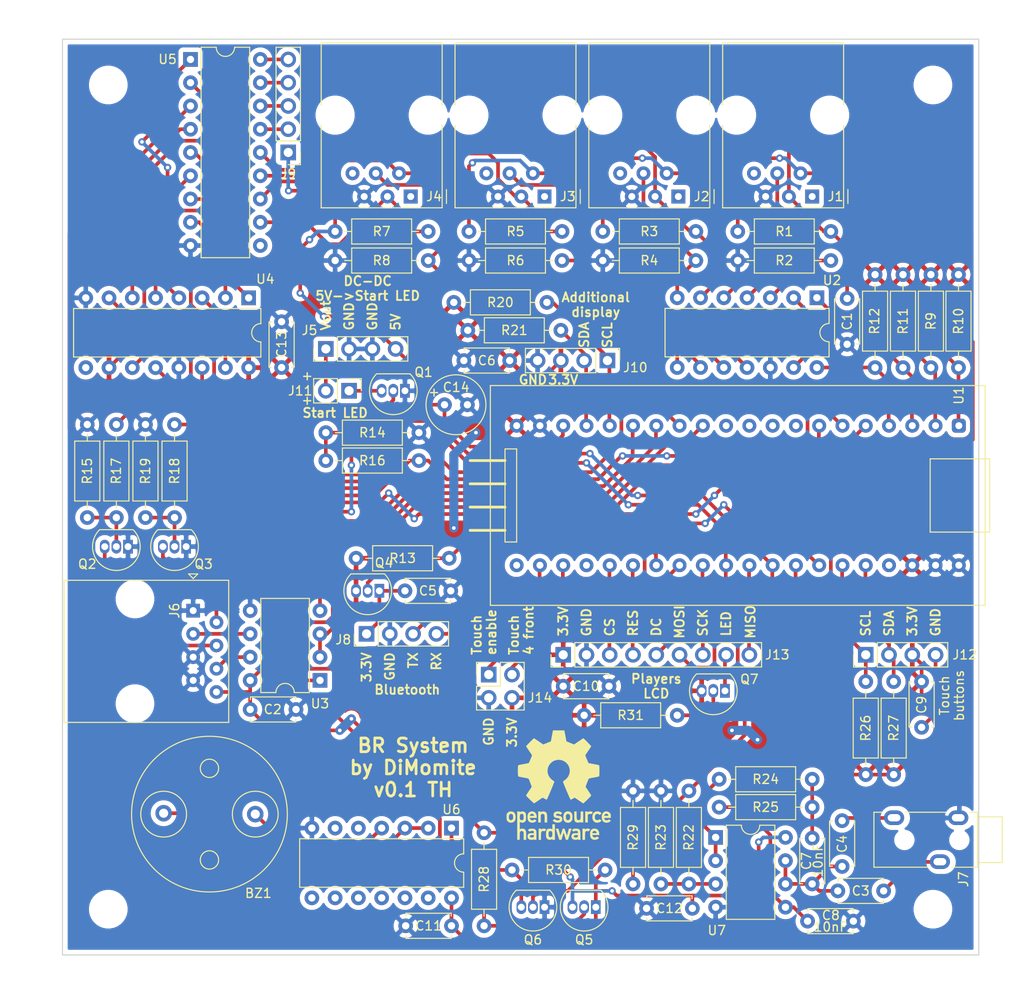
<source format=kicad_pcb>
(kicad_pcb (version 20171130) (host pcbnew "(5.1.2)-2")
  (layers (0 F.Cu signal) (31 B.Cu signal) (34 B.Paste user) (35 F.Paste user) (36 B.SilkS user) (37 F.SilkS user) (38 B.Mask user) (39 F.Mask user) (44 Edge.Cuts user))
  (net 0 "")
  (net 1 "Net-(U1-Pad24)")
  (net 2 "Net-(U1-Pad21)")
  (net 3 "Net-(U1-Pad11)")
  (net 4 "Net-(U1-Pad10)")
  (net 5 GND)
  (net 6 +3V3)
  (net 7 +5V)
  (net 8 "Net-(J1-Pad1)")
  (net 9 "Net-(J1-Pad4)")
  (net 10 "Net-(J1-Pad6)")
  (net 11 "Net-(J2-Pad1)")
  (net 12 "Net-(J2-Pad4)")
  (net 13 "Net-(J2-Pad6)")
  (net 14 "Net-(J3-Pad1)")
  (net 15 "Net-(J3-Pad4)")
  (net 16 "Net-(J3-Pad6)")
  (net 17 "Net-(J4-Pad1)")
  (net 18 "Net-(J4-Pad4)")
  (net 19 "Net-(J4-Pad6)")
  (net 20 /But1)
  (net 21 /But0)
  (net 22 /But2)
  (net 23 /But3)
  (net 24 /TOUCH_SDA)
  (net 25 /TOUCH_SCL)
  (net 26 /DISP_SDA)
  (net 27 /DISP_SCL)
  (net 28 /EXT_READ)
  (net 29 /EXT_WRITE)
  (net 30 /LCD_RESET)
  (net 31 /NRST)
  (net 32 /BT_POWER)
  (net 33 /LCD_LED)
  (net 34 /LCD_CS)
  (net 35 /EXTRA_TICK)
  (net 36 /BuzzerEnable)
  (net 37 /LCD_MOSI)
  (net 38 /LCD_MISO)
  (net 39 /LCD_SCK)
  (net 40 /LCD_DC)
  (net 41 /BT_RX)
  (net 42 /Touch4Front)
  (net 43 /TouchEnable)
  (net 44 /USB_D+)
  (net 45 /USB_D-)
  (net 46 /EXT_RW)
  (net 47 /StartLed)
  (net 48 /Sound_PWM)
  (net 49 /START_LED_POWER)
  (net 50 /START_LED_MINUS)
  (net 51 /EXT_LED)
  (net 52 "Net-(Q1-Pad2)")
  (net 53 "Net-(Q2-Pad2)")
  (net 54 /EXT_B)
  (net 55 /EXT_A)
  (net 56 /EXT_SOUND)
  (net 57 "Net-(Q3-Pad2)")
  (net 58 "Net-(C3-Pad2)")
  (net 59 /Sound_Analog)
  (net 60 "Net-(C4-Pad2)")
  (net 61 /BT_TX)
  (net 62 "Net-(C5-Pad2)")
  (net 63 "Net-(U4-Pad9)")
  (net 64 /PLAY_LED0)
  (net 65 /PLAY_LED3)
  (net 66 /PLAY_LED2)
  (net 67 /PLAY_LED1)
  (net 68 "Net-(U5-Pad10)")
  (net 69 /PLAY_OUT3)
  (net 70 /PLAY_OUT2)
  (net 71 /PLAY_OUT1)
  (net 72 /PLAY_OUT0)
  (net 73 "Net-(C7-Pad1)")
  (net 74 "Net-(C8-Pad1)")
  (net 75 "Net-(R22-Pad2)")
  (net 76 "Net-(R24-Pad1)")
  (net 77 "Net-(C9-Pad1)")
  (net 78 "Net-(BZ1-Pad2)")
  (net 79 "Net-(BZ1-Pad1)")
  (net 80 /BuzzerPower)
  (net 81 "Net-(Q6-Pad3)")
  (net 82 "Net-(J13-Pad8)")
  (net 83 "Net-(J9-Pad5)")
  (net 84 "Net-(J9-Pad4)")
  (net 85 "Net-(J9-Pad3)")
  (net 86 "Net-(J9-Pad2)")
  (net 87 /SHOW_LED_3)
  (net 88 /SHOW_LED_2)
  (net 89 /SHOW_LED_1)
  (net 90 /SHOW_LED_0)
  (module brbuttonsystem:PJ-001-H (layer F.Cu) (at 149.86 137.414 270)
    (fp_text reference J7 (at 4.318 1.524 90) (layer F.SilkS))
    (fp_text value AudioJack3)
    (pad "" np_thru_hole circle (at 0 8.1 270) (size 1.2 1.2) (drill 1.2) (layers *.Cu *.Mask))
    (pad "" np_thru_hole circle (at 0 2.1 270) (size 1.2 1.2) (drill 1.2) (layers *.Cu *.Mask))
    (pad T thru_hole oval (at -2.4 9.1 270) (size 1.6 2.2) (drill oval 0.8 1.4) (layers *.Cu *.Mask) (net 60 "Net-(C4-Pad2)"))
    (pad R thru_hole oval (at 2.4 4.1 270) (size 1.6 2.2) (drill oval 0.8 1.4) (layers *.Cu *.Mask) (net 58 "Net-(C3-Pad2)"))
    (pad S thru_hole oval (at -2.4 2.1 270) (size 1.6 2.2) (drill oval 0.8 1.4) (layers *.Cu *.Mask) (net 5 GND))
  )
  (module brbuttonsystem:buzz17 (layer F.Cu) (at 66.04 134.62 180)
    (fp_text reference BZ1 (at -5.334 -8.636) (layer F.SilkS))
    (fp_text value MyBuzzer)
    (pad 2 thru_hole circle (at 5 0.1 180) (size 1.8 1.8) (drill 1) (layers *.Cu *.Mask) (net 78 "Net-(BZ1-Pad2)"))
    (pad 1 thru_hole circle (at -5 0 180) (size 1.8 1.8) (drill 1) (layers *.Cu *.Mask) (net 79 "Net-(BZ1-Pad1)"))
  )
  (module brbuttonsystem:DIP40_module (layer F.Cu) (at 123.698 99.822 270)
    (fp_text reference U1 (at -10.922 -24.13 90) (layer F.SilkS))
    (fp_text value BluePill)
    (pad 40 thru_hole circle (at 7.62 -24.13 270) (size 1.524 1.524) (drill 0.762) (layers *.Cu *.Mask) (net 5 GND))
    (pad 39 thru_hole circle (at 7.62 -21.59 270) (size 1.524 1.524) (drill 0.762) (layers *.Cu *.Mask) (net 5 GND))
    (pad 38 thru_hole circle (at 7.62 -19.05 270) (size 1.524 1.524) (drill 0.762) (layers *.Cu *.Mask) (net 6 +3V3))
    (pad 37 thru_hole circle (at 7.62 -16.51 270) (size 1.524 1.524) (drill 0.762) (layers *.Cu *.Mask) (net 31 /NRST))
    (pad 36 thru_hole circle (at 7.62 -13.97 270) (size 1.524 1.524) (drill 0.762) (layers *.Cu *.Mask) (net 24 /TOUCH_SDA))
    (pad 35 thru_hole circle (at 7.62 -11.43 270) (size 1.524 1.524) (drill 0.762) (layers *.Cu *.Mask) (net 25 /TOUCH_SCL))
    (pad 34 thru_hole circle (at 7.62 -8.89 270) (size 1.524 1.524) (drill 0.762) (layers *.Cu *.Mask) (net 32 /BT_POWER))
    (pad 33 thru_hole circle (at 7.62 -6.35 270) (size 1.524 1.524) (drill 0.762) (layers *.Cu *.Mask) (net 33 /LCD_LED))
    (pad 32 thru_hole circle (at 7.62 -3.81 270) (size 1.524 1.524) (drill 0.762) (layers *.Cu *.Mask) (net 37 /LCD_MOSI))
    (pad 31 thru_hole circle (at 7.62 -1.27 270) (size 1.524 1.524) (drill 0.762) (layers *.Cu *.Mask) (net 38 /LCD_MISO))
    (pad 30 thru_hole circle (at 7.62 1.27 270) (size 1.524 1.524) (drill 0.762) (layers *.Cu *.Mask) (net 39 /LCD_SCK))
    (pad 29 thru_hole circle (at 7.62 3.81 270) (size 1.524 1.524) (drill 0.762) (layers *.Cu *.Mask) (net 40 /LCD_DC))
    (pad 28 thru_hole circle (at 7.62 6.35 270) (size 1.524 1.524) (drill 0.762) (layers *.Cu *.Mask) (net 61 /BT_TX))
    (pad 27 thru_hole circle (at 7.62 8.89 270) (size 1.524 1.524) (drill 0.762) (layers *.Cu *.Mask) (net 41 /BT_RX))
    (pad 26 thru_hole circle (at 7.62 11.43 270) (size 1.524 1.524) (drill 0.762) (layers *.Cu *.Mask) (net 30 /LCD_RESET))
    (pad 25 thru_hole circle (at 7.62 13.97 270) (size 1.524 1.524) (drill 0.762) (layers *.Cu *.Mask) (net 34 /LCD_CS))
    (pad 24 thru_hole circle (at 7.62 16.51 270) (size 1.524 1.524) (drill 0.762) (layers *.Cu *.Mask) (net 1 "Net-(U1-Pad24)"))
    (pad 23 thru_hole circle (at 7.62 19.05 270) (size 1.524 1.524) (drill 0.762) (layers *.Cu *.Mask) (net 42 /Touch4Front))
    (pad 22 thru_hole circle (at 7.62 21.59 270) (size 1.524 1.524) (drill 0.762) (layers *.Cu *.Mask) (net 43 /TouchEnable))
    (pad 21 thru_hole circle (at 7.62 24.13 270) (size 1.524 1.524) (drill 0.762) (layers *.Cu *.Mask) (net 2 "Net-(U1-Pad21)"))
    (pad 20 thru_hole circle (at -7.62 24.13 270) (size 1.524 1.524) (drill 0.762) (layers *.Cu *.Mask) (net 6 +3V3))
    (pad 19 thru_hole circle (at -7.62 21.59 270) (size 1.524 1.524) (drill 0.762) (layers *.Cu *.Mask) (net 5 GND))
    (pad 18 thru_hole circle (at -7.62 19.05 270) (size 1.524 1.524) (drill 0.762) (layers *.Cu *.Mask) (net 7 +5V))
    (pad 17 thru_hole circle (at -7.62 16.51 270) (size 1.524 1.524) (drill 0.762) (layers *.Cu *.Mask) (net 26 /DISP_SDA))
    (pad 16 thru_hole circle (at -7.62 13.97 270) (size 1.524 1.524) (drill 0.762) (layers *.Cu *.Mask) (net 27 /DISP_SCL))
    (pad 15 thru_hole circle (at -7.62 11.43 270) (size 1.524 1.524) (drill 0.762) (layers *.Cu *.Mask) (net 28 /EXT_READ))
    (pad 14 thru_hole circle (at -7.62 8.89 270) (size 1.524 1.524) (drill 0.762) (layers *.Cu *.Mask) (net 29 /EXT_WRITE))
    (pad 13 thru_hole circle (at -7.62 6.35 270) (size 1.524 1.524) (drill 0.762) (layers *.Cu *.Mask) (net 35 /EXTRA_TICK))
    (pad 12 thru_hole circle (at -7.62 3.81 270) (size 1.524 1.524) (drill 0.762) (layers *.Cu *.Mask) (net 36 /BuzzerEnable))
    (pad 11 thru_hole circle (at -7.62 1.27 270) (size 1.524 1.524) (drill 0.762) (layers *.Cu *.Mask) (net 3 "Net-(U1-Pad11)"))
    (pad 10 thru_hole circle (at -7.62 -1.27 270) (size 1.524 1.524) (drill 0.762) (layers *.Cu *.Mask) (net 4 "Net-(U1-Pad10)"))
    (pad 9 thru_hole circle (at -7.62 -3.81 270) (size 1.524 1.524) (drill 0.762) (layers *.Cu *.Mask) (net 44 /USB_D+))
    (pad 8 thru_hole circle (at -7.62 -6.35 270) (size 1.524 1.524) (drill 0.762) (layers *.Cu *.Mask) (net 45 /USB_D-))
    (pad 7 thru_hole circle (at -7.62 -8.89 270) (size 1.524 1.524) (drill 0.762) (layers *.Cu *.Mask) (net 46 /EXT_RW))
    (pad 6 thru_hole circle (at -7.62 -11.43 270) (size 1.524 1.524) (drill 0.762) (layers *.Cu *.Mask) (net 47 /StartLed))
    (pad 5 thru_hole circle (at -7.62 -13.97 270) (size 1.524 1.524) (drill 0.762) (layers *.Cu *.Mask) (net 48 /Sound_PWM))
    (pad 4 thru_hole circle (at -7.62 -16.51 270) (size 1.524 1.524) (drill 0.762) (layers *.Cu *.Mask) (net 23 /But3))
    (pad 3 thru_hole circle (at -7.62 -19.05 270) (size 1.524 1.524) (drill 0.762) (layers *.Cu *.Mask) (net 22 /But2))
    (pad 2 thru_hole circle (at -7.62 -21.59 270) (size 1.524 1.524) (drill 0.762) (layers *.Cu *.Mask) (net 20 /But1))
    (pad 1 thru_hole roundrect (at -7.62 -24.13 270) (size 1.524 1.524) (drill 0.762) (layers *.Cu *.Mask) (net 21 /But0))
  )
  (module Capacitor_THT:C_Radial_D6.3mm_H11.0mm_P2.50mm (layer F.Cu) (at 91.694 89.916)
    (fp_text reference C14 (at 1.27 -1.905) (layer F.SilkS))
    (fp_text value 100u)
    (pad 2 thru_hole circle (at 2.5 0) (size 1.6 1.6) (drill 0.8) (layers *.Cu *.Mask) (net 5 GND))
    (pad 1 thru_hole circle (at 0 0) (size 1.6 1.6) (drill 0.8) (layers *.Cu *.Mask) (net 7 +5V))
  )
  (module Capacitor_THT:C_Disc_D4.7mm_W2.5mm_P5.00mm (layer F.Cu) (at 73.914 85.852 90)
    (fp_text reference C13 (at 2.54 0 90) (layer F.SilkS))
    (fp_text value 0.1u)
    (pad 2 thru_hole circle (at 5 0 90) (size 1.6 1.6) (drill 0.8) (layers *.Cu *.Mask) (net 5 GND))
    (pad 1 thru_hole circle (at 0 0 90) (size 1.6 1.6) (drill 0.8) (layers *.Cu *.Mask) (net 6 +3V3))
  )
  (module Capacitor_THT:C_Disc_D4.7mm_W2.5mm_P5.00mm (layer F.Cu) (at 113.745 144.907)
    (fp_text reference C12 (at 2.5 0) (layer F.SilkS))
    (fp_text value 0.1u)
    (pad 2 thru_hole circle (at 5 0) (size 1.6 1.6) (drill 0.8) (layers *.Cu *.Mask) (net 7 +5V))
    (pad 1 thru_hole circle (at 0 0) (size 1.6 1.6) (drill 0.8) (layers *.Cu *.Mask) (net 5 GND))
  )
  (module Capacitor_THT:C_Disc_D4.7mm_W2.5mm_P5.00mm (layer F.Cu) (at 92.456 146.812 180)
    (fp_text reference C11 (at 2.5 0 180) (layer F.SilkS))
    (fp_text value 0.1u)
    (pad 2 thru_hole circle (at 5 0 180) (size 1.6 1.6) (drill 0.8) (layers *.Cu *.Mask) (net 5 GND))
    (pad 1 thru_hole circle (at 0 0 180) (size 1.6 1.6) (drill 0.8) (layers *.Cu *.Mask) (net 80 /BuzzerPower))
  )
  (module Symbol:OSHW-Logo_11.4x12mm_SilkScreen (layer F.Cu) (at 104.14 131.445)
    (fp_text reference REF** hide)
    (fp_text value OSHW-Logo_11.4x12mm_SilkScreen hide)
  )
  (module Connector_PinHeader_2.54mm:PinHeader_2x02_P2.54mm_Vertical (layer F.Cu) (at 96.52 119.38)
    (fp_text reference J14 (at 5.588 2.54) (layer F.SilkS))
    (fp_text value Conn_02x02_Counter_Clockwise)
    (pad 4 thru_hole oval (at 2.54 2.54) (size 1.7 1.7) (drill 1) (layers *.Cu *.Mask) (net 6 +3V3))
    (pad 3 thru_hole oval (at 0 2.54) (size 1.7 1.7) (drill 1) (layers *.Cu *.Mask) (net 5 GND))
    (pad 2 thru_hole oval (at 2.54 0) (size 1.7 1.7) (drill 1) (layers *.Cu *.Mask) (net 42 /Touch4Front))
    (pad 1 thru_hole rect (at 0 0) (size 1.7 1.7) (drill 1) (layers *.Cu *.Mask) (net 43 /TouchEnable))
  )
  (module Resistor_THT:R_Axial_DIN0207_L6.3mm_D2.5mm_P10.16mm_Horizontal (layer F.Cu) (at 117.094 123.825 180)
    (fp_text reference R31 (at 5.08 0 180) (layer F.SilkS))
    (fp_text value 47k)
    (pad 2 thru_hole oval (at 10.16 0 180) (size 1.6 1.6) (drill 0.8) (layers *.Cu *.Mask) (net 6 +3V3))
    (pad 1 thru_hole circle (at 0 0 180) (size 1.6 1.6) (drill 0.8) (layers *.Cu *.Mask) (net 33 /LCD_LED))
  )
  (module Package_TO_SOT_THT:TO-92_Inline (layer F.Cu) (at 122.301 121.158 180)
    (fp_text reference Q7 (at -2.667 1.27 180) (layer F.SilkS))
    (fp_text value BS250)
    (pad 1 thru_hole rect (at 0 0 180) (size 1.05 1.5) (drill 0.75) (layers *.Cu *.Mask) (net 82 "Net-(J13-Pad8)"))
    (pad 3 thru_hole oval (at 2.54 0 180) (size 1.05 1.5) (drill 0.75) (layers *.Cu *.Mask) (net 6 +3V3))
    (pad 2 thru_hole oval (at 1.27 0 180) (size 1.05 1.5) (drill 0.75) (layers *.Cu *.Mask) (net 33 /LCD_LED))
  )
  (module Connector_PinHeader_2.54mm:PinHeader_1x09_P2.54mm_Vertical (layer F.Cu) (at 104.648 117.221 90)
    (fp_text reference J13 (at 0 23.368 180) (layer F.SilkS))
    (fp_text value Conn_01x09_Male)
    (pad 9 thru_hole oval (at 0 20.32 90) (size 1.7 1.7) (drill 1) (layers *.Cu *.Mask) (net 38 /LCD_MISO))
    (pad 8 thru_hole oval (at 0 17.78 90) (size 1.7 1.7) (drill 1) (layers *.Cu *.Mask) (net 82 "Net-(J13-Pad8)"))
    (pad 7 thru_hole oval (at 0 15.24 90) (size 1.7 1.7) (drill 1) (layers *.Cu *.Mask) (net 39 /LCD_SCK))
    (pad 6 thru_hole oval (at 0 12.7 90) (size 1.7 1.7) (drill 1) (layers *.Cu *.Mask) (net 37 /LCD_MOSI))
    (pad 5 thru_hole oval (at 0 10.16 90) (size 1.7 1.7) (drill 1) (layers *.Cu *.Mask) (net 40 /LCD_DC))
    (pad 4 thru_hole oval (at 0 7.62 90) (size 1.7 1.7) (drill 1) (layers *.Cu *.Mask) (net 30 /LCD_RESET))
    (pad 3 thru_hole oval (at 0 5.08 90) (size 1.7 1.7) (drill 1) (layers *.Cu *.Mask) (net 34 /LCD_CS))
    (pad 2 thru_hole oval (at 0 2.54 90) (size 1.7 1.7) (drill 1) (layers *.Cu *.Mask) (net 5 GND))
    (pad 1 thru_hole rect (at 0 0 90) (size 1.7 1.7) (drill 1) (layers *.Cu *.Mask) (net 6 +3V3))
  )
  (module Capacitor_THT:C_Disc_D4.7mm_W2.5mm_P5.00mm (layer F.Cu) (at 104.648 120.65)
    (fp_text reference C10 (at 2.5 0) (layer F.SilkS))
    (fp_text value 0.1u)
    (pad 2 thru_hole circle (at 5 0) (size 1.6 1.6) (drill 0.8) (layers *.Cu *.Mask) (net 5 GND))
    (pad 1 thru_hole circle (at 0 0) (size 1.6 1.6) (drill 0.8) (layers *.Cu *.Mask) (net 6 +3V3))
  )
  (module Connector_PinHeader_2.54mm:PinHeader_1x04_P2.54mm_Vertical (layer F.Cu) (at 109.474 85.09 270)
    (fp_text reference J10 (at 0.762 -3.048) (layer F.SilkS))
    (fp_text value Conn_01x04_Female)
    (pad 4 thru_hole oval (at 0 7.62 270) (size 1.7 1.7) (drill 1) (layers *.Cu *.Mask) (net 5 GND))
    (pad 3 thru_hole oval (at 0 5.08 270) (size 1.7 1.7) (drill 1) (layers *.Cu *.Mask) (net 6 +3V3))
    (pad 2 thru_hole oval (at 0 2.54 270) (size 1.7 1.7) (drill 1) (layers *.Cu *.Mask) (net 26 /DISP_SDA))
    (pad 1 thru_hole rect (at 0 0 270) (size 1.7 1.7) (drill 1) (layers *.Cu *.Mask) (net 27 /DISP_SCL))
  )
  (module Resistor_THT:R_Axial_DIN0207_L6.3mm_D2.5mm_P10.16mm_Horizontal (layer F.Cu) (at 109.22 140.716 180)
    (fp_text reference R30 (at 5.08 0 180) (layer F.SilkS))
    (fp_text value 47k)
    (pad 2 thru_hole oval (at 10.16 0 180) (size 1.6 1.6) (drill 0.8) (layers *.Cu *.Mask) (net 81 "Net-(Q6-Pad3)"))
    (pad 1 thru_hole circle (at 0 0 180) (size 1.6 1.6) (drill 0.8) (layers *.Cu *.Mask) (net 80 /BuzzerPower))
  )
  (module Resistor_THT:R_Axial_DIN0207_L6.3mm_D2.5mm_P10.16mm_Horizontal (layer F.Cu) (at 112.268 142.24 90)
    (fp_text reference R29 (at 5.08 0 90) (layer F.SilkS))
    (fp_text value 47k)
    (pad 2 thru_hole oval (at 10.16 0 90) (size 1.6 1.6) (drill 0.8) (layers *.Cu *.Mask) (net 5 GND))
    (pad 1 thru_hole circle (at 0 0 90) (size 1.6 1.6) (drill 0.8) (layers *.Cu *.Mask) (net 48 /Sound_PWM))
  )
  (module Resistor_THT:R_Axial_DIN0207_L6.3mm_D2.5mm_P10.16mm_Horizontal (layer F.Cu) (at 96.012 146.812 90)
    (fp_text reference R28 (at 5.08 0 90) (layer F.SilkS))
    (fp_text value 47k)
    (pad 2 thru_hole oval (at 10.16 0 90) (size 1.6 1.6) (drill 0.8) (layers *.Cu *.Mask) (net 7 +5V))
    (pad 1 thru_hole circle (at 0 0 90) (size 1.6 1.6) (drill 0.8) (layers *.Cu *.Mask) (net 36 /BuzzerEnable))
  )
  (module Package_TO_SOT_THT:TO-92_Inline (layer F.Cu) (at 102.616 144.78 180)
    (fp_text reference Q6 (at 1.27 -3.56 180) (layer F.SilkS))
    (fp_text value 2N7000)
    (pad 1 thru_hole rect (at 0 0 180) (size 1.05 1.5) (drill 0.75) (layers *.Cu *.Mask) (net 5 GND))
    (pad 3 thru_hole oval (at 2.54 0 180) (size 1.05 1.5) (drill 0.75) (layers *.Cu *.Mask) (net 81 "Net-(Q6-Pad3)"))
    (pad 2 thru_hole oval (at 1.27 0 180) (size 1.05 1.5) (drill 0.75) (layers *.Cu *.Mask) (net 48 /Sound_PWM))
  )
  (module Package_TO_SOT_THT:TO-92_Inline (layer F.Cu) (at 108.204 144.78 180)
    (fp_text reference Q5 (at 1.27 -3.56 180) (layer F.SilkS))
    (fp_text value BS250)
    (pad 1 thru_hole rect (at 0 0 180) (size 1.05 1.5) (drill 0.75) (layers *.Cu *.Mask) (net 80 /BuzzerPower))
    (pad 3 thru_hole oval (at 2.54 0 180) (size 1.05 1.5) (drill 0.75) (layers *.Cu *.Mask) (net 7 +5V))
    (pad 2 thru_hole oval (at 1.27 0 180) (size 1.05 1.5) (drill 0.75) (layers *.Cu *.Mask) (net 36 /BuzzerEnable))
  )
  (module Resistor_THT:R_Axial_DIN0207_L6.3mm_D2.5mm_P10.16mm_Horizontal (layer F.Cu) (at 140.716 130.302 90)
    (fp_text reference R27 (at 5.08 0 90) (layer F.SilkS))
    (fp_text value 4k7)
    (pad 2 thru_hole oval (at 10.16 0 90) (size 1.6 1.6) (drill 0.8) (layers *.Cu *.Mask) (net 24 /TOUCH_SDA))
    (pad 1 thru_hole circle (at 0 0 90) (size 1.6 1.6) (drill 0.8) (layers *.Cu *.Mask) (net 6 +3V3))
  )
  (module Resistor_THT:R_Axial_DIN0207_L6.3mm_D2.5mm_P10.16mm_Horizontal (layer F.Cu) (at 137.668 130.302 90)
    (fp_text reference R26 (at 5.08 0 90) (layer F.SilkS))
    (fp_text value 4k7)
    (pad 2 thru_hole oval (at 10.16 0 90) (size 1.6 1.6) (drill 0.8) (layers *.Cu *.Mask) (net 25 /TOUCH_SCL))
    (pad 1 thru_hole circle (at 0 0 90) (size 1.6 1.6) (drill 0.8) (layers *.Cu *.Mask) (net 6 +3V3))
  )
  (module Connector_PinHeader_2.54mm:PinHeader_1x04_P2.54mm_Vertical (layer F.Cu) (at 137.668 117.221 90)
    (fp_text reference J12 (at 0 10.795 180) (layer F.SilkS))
    (fp_text value Conn_01x04_Female)
    (pad 4 thru_hole oval (at 0 7.62 90) (size 1.7 1.7) (drill 1) (layers *.Cu *.Mask) (net 77 "Net-(C9-Pad1)"))
    (pad 3 thru_hole oval (at 0 5.08 90) (size 1.7 1.7) (drill 1) (layers *.Cu *.Mask) (net 6 +3V3))
    (pad 2 thru_hole oval (at 0 2.54 90) (size 1.7 1.7) (drill 1) (layers *.Cu *.Mask) (net 24 /TOUCH_SDA))
    (pad 1 thru_hole rect (at 0 0 90) (size 1.7 1.7) (drill 1) (layers *.Cu *.Mask) (net 25 /TOUCH_SCL))
  )
  (module Capacitor_THT:C_Disc_D4.7mm_W2.5mm_P5.00mm (layer F.Cu) (at 143.764 125.142 90)
    (fp_text reference C9 (at 2.46 0 90) (layer F.SilkS))
    (fp_text value 0.1u)
    (pad 2 thru_hole circle (at 5 0 90) (size 1.6 1.6) (drill 0.8) (layers *.Cu *.Mask) (net 6 +3V3))
    (pad 1 thru_hole circle (at 0 0 90) (size 1.6 1.6) (drill 0.8) (layers *.Cu *.Mask) (net 77 "Net-(C9-Pad1)"))
  )
  (module Package_DIP:DIP-8_W7.62mm (layer F.Cu) (at 121.285 137.16)
    (fp_text reference U7 (at 0.127 10.16) (layer F.SilkS))
    (fp_text value LM358)
    (pad 8 thru_hole oval (at 7.62 0) (size 1.6 1.6) (drill 0.8) (layers *.Cu *.Mask) (net 7 +5V))
    (pad 4 thru_hole oval (at 0 7.62) (size 1.6 1.6) (drill 0.8) (layers *.Cu *.Mask) (net 5 GND))
    (pad 7 thru_hole oval (at 7.62 2.54) (size 1.6 1.6) (drill 0.8) (layers *.Cu *.Mask) (net 59 /Sound_Analog))
    (pad 3 thru_hole oval (at 0 5.08) (size 1.6 1.6) (drill 0.8) (layers *.Cu *.Mask) (net 75 "Net-(R22-Pad2)"))
    (pad 6 thru_hole oval (at 7.62 5.08) (size 1.6 1.6) (drill 0.8) (layers *.Cu *.Mask) (net 59 /Sound_Analog))
    (pad 2 thru_hole oval (at 0 2.54) (size 1.6 1.6) (drill 0.8) (layers *.Cu *.Mask) (net 76 "Net-(R24-Pad1)"))
    (pad 5 thru_hole oval (at 7.62 7.62) (size 1.6 1.6) (drill 0.8) (layers *.Cu *.Mask) (net 74 "Net-(C8-Pad1)"))
    (pad 1 thru_hole rect (at 0 0) (size 1.6 1.6) (drill 0.8) (layers *.Cu *.Mask) (net 76 "Net-(R24-Pad1)"))
  )
  (module Package_DIP:DIP-14_W7.62mm (layer F.Cu) (at 92.456 136.144 270)
    (fp_text reference U6 (at -2.032 0 180) (layer F.SilkS))
    (fp_text value 74HC04)
    (pad 14 thru_hole oval (at 7.62 0 270) (size 1.6 1.6) (drill 0.8) (layers *.Cu *.Mask) (net 80 /BuzzerPower))
    (pad 7 thru_hole oval (at 0 15.24 270) (size 1.6 1.6) (drill 0.8) (layers *.Cu *.Mask) (net 5 GND))
    (pad 13 thru_hole oval (at 7.62 2.54 270) (size 1.6 1.6) (drill 0.8) (layers *.Cu *.Mask))
    (pad 6 thru_hole oval (at 0 12.7 270) (size 1.6 1.6) (drill 0.8) (layers *.Cu *.Mask))
    (pad 12 thru_hole oval (at 7.62 5.08 270) (size 1.6 1.6) (drill 0.8) (layers *.Cu *.Mask))
    (pad 5 thru_hole oval (at 0 10.16 270) (size 1.6 1.6) (drill 0.8) (layers *.Cu *.Mask))
    (pad 11 thru_hole oval (at 7.62 7.62 270) (size 1.6 1.6) (drill 0.8) (layers *.Cu *.Mask))
    (pad 4 thru_hole oval (at 0 7.62 270) (size 1.6 1.6) (drill 0.8) (layers *.Cu *.Mask) (net 79 "Net-(BZ1-Pad1)"))
    (pad 10 thru_hole oval (at 7.62 10.16 270) (size 1.6 1.6) (drill 0.8) (layers *.Cu *.Mask))
    (pad 3 thru_hole oval (at 0 5.08 270) (size 1.6 1.6) (drill 0.8) (layers *.Cu *.Mask) (net 78 "Net-(BZ1-Pad2)"))
    (pad 9 thru_hole oval (at 7.62 12.7 270) (size 1.6 1.6) (drill 0.8) (layers *.Cu *.Mask))
    (pad 2 thru_hole oval (at 0 2.54 270) (size 1.6 1.6) (drill 0.8) (layers *.Cu *.Mask) (net 78 "Net-(BZ1-Pad2)"))
    (pad 8 thru_hole oval (at 7.62 15.24 270) (size 1.6 1.6) (drill 0.8) (layers *.Cu *.Mask))
    (pad 1 thru_hole rect (at 0 0 270) (size 1.6 1.6) (drill 0.8) (layers *.Cu *.Mask) (net 81 "Net-(Q6-Pad3)"))
  )
  (module Resistor_THT:R_Axial_DIN0207_L6.3mm_D2.5mm_P10.16mm_Horizontal (layer F.Cu) (at 121.666 133.858)
    (fp_text reference R25 (at 5.08 0) (layer F.SilkS))
    (fp_text value 4k7)
    (pad 2 thru_hole oval (at 10.16 0) (size 1.6 1.6) (drill 0.8) (layers *.Cu *.Mask) (net 73 "Net-(C7-Pad1)"))
    (pad 1 thru_hole circle (at 0 0) (size 1.6 1.6) (drill 0.8) (layers *.Cu *.Mask) (net 74 "Net-(C8-Pad1)"))
  )
  (module Resistor_THT:R_Axial_DIN0207_L6.3mm_D2.5mm_P10.16mm_Horizontal (layer F.Cu) (at 121.666 130.81)
    (fp_text reference R24 (at 5.08 0) (layer F.SilkS))
    (fp_text value 4k7)
    (pad 2 thru_hole oval (at 10.16 0) (size 1.6 1.6) (drill 0.8) (layers *.Cu *.Mask) (net 73 "Net-(C7-Pad1)"))
    (pad 1 thru_hole circle (at 0 0) (size 1.6 1.6) (drill 0.8) (layers *.Cu *.Mask) (net 76 "Net-(R24-Pad1)"))
  )
  (module Resistor_THT:R_Axial_DIN0207_L6.3mm_D2.5mm_P10.16mm_Horizontal (layer F.Cu) (at 115.316 142.24 90)
    (fp_text reference R23 (at 5.08 0 90) (layer F.SilkS))
    (fp_text value 1k)
    (pad 2 thru_hole oval (at 10.16 0 90) (size 1.6 1.6) (drill 0.8) (layers *.Cu *.Mask) (net 5 GND))
    (pad 1 thru_hole circle (at 0 0 90) (size 1.6 1.6) (drill 0.8) (layers *.Cu *.Mask) (net 75 "Net-(R22-Pad2)"))
  )
  (module Resistor_THT:R_Axial_DIN0207_L6.3mm_D2.5mm_P10.16mm_Horizontal (layer F.Cu) (at 118.364 132.08 270)
    (fp_text reference R22 (at 5.08 0 270) (layer F.SilkS))
    (fp_text value 4k7)
    (pad 2 thru_hole oval (at 10.16 0 270) (size 1.6 1.6) (drill 0.8) (layers *.Cu *.Mask) (net 75 "Net-(R22-Pad2)"))
    (pad 1 thru_hole circle (at 0 0 270) (size 1.6 1.6) (drill 0.8) (layers *.Cu *.Mask) (net 48 /Sound_PWM))
  )
  (module Capacitor_THT:C_Disc_D4.7mm_W2.5mm_P5.00mm (layer F.Cu) (at 131.318 146.304)
    (fp_text reference C8 (at 2.54 -0.635) (layer F.SilkS))
    (fp_text value 10nF (at 2.5 0.635) (layer F.SilkS))
    (pad 2 thru_hole circle (at 5 0) (size 1.6 1.6) (drill 0.8) (layers *.Cu *.Mask) (net 5 GND))
    (pad 1 thru_hole circle (at 0 0) (size 1.6 1.6) (drill 0.8) (layers *.Cu *.Mask) (net 74 "Net-(C8-Pad1)"))
  )
  (module Capacitor_THT:C_Disc_D4.7mm_W2.5mm_P5.00mm (layer F.Cu) (at 131.826 137.24 270)
    (fp_text reference C7 (at 2.5 0.635 270) (layer F.SilkS))
    (fp_text value 10nF (at 2.46 -0.635 270) (layer F.SilkS))
    (pad 2 thru_hole circle (at 5 0 270) (size 1.6 1.6) (drill 0.8) (layers *.Cu *.Mask) (net 59 /Sound_Analog))
    (pad 1 thru_hole circle (at 0 0 270) (size 1.6 1.6) (drill 0.8) (layers *.Cu *.Mask) (net 73 "Net-(C7-Pad1)"))
  )
  (module Connector_PinHeader_2.54mm:PinHeader_1x02_P2.54mm_Vertical (layer F.Cu) (at 81.28 88.392 270)
    (fp_text reference J11 (at 0 5.334) (layer F.SilkS))
    (fp_text value Conn_01x02_Male)
    (pad 2 thru_hole oval (at 0 2.54 270) (size 1.7 1.7) (drill 1) (layers *.Cu *.Mask) (net 49 /START_LED_POWER))
    (pad 1 thru_hole rect (at 0 0 270) (size 1.7 1.7) (drill 1) (layers *.Cu *.Mask) (net 50 /START_LED_MINUS))
  )
  (module Resistor_THT:R_Axial_DIN0207_L6.3mm_D2.5mm_P10.16mm_Horizontal (layer F.Cu) (at 94.234 81.788)
    (fp_text reference R21 (at 5.08 0) (layer F.SilkS))
    (fp_text value 4k7)
    (pad 2 thru_hole oval (at 10.16 0) (size 1.6 1.6) (drill 0.8) (layers *.Cu *.Mask) (net 26 /DISP_SDA))
    (pad 1 thru_hole circle (at 0 0) (size 1.6 1.6) (drill 0.8) (layers *.Cu *.Mask) (net 6 +3V3))
  )
  (module Resistor_THT:R_Axial_DIN0207_L6.3mm_D2.5mm_P10.16mm_Horizontal (layer F.Cu) (at 92.71 78.74)
    (fp_text reference R20 (at 5.08 0) (layer F.SilkS))
    (fp_text value 4k7)
    (pad 2 thru_hole oval (at 10.16 0) (size 1.6 1.6) (drill 0.8) (layers *.Cu *.Mask) (net 27 /DISP_SCL))
    (pad 1 thru_hole circle (at 0 0) (size 1.6 1.6) (drill 0.8) (layers *.Cu *.Mask) (net 6 +3V3))
  )
  (module Capacitor_THT:C_Disc_D4.7mm_W2.5mm_P5.00mm (layer F.Cu) (at 93.806 85.09)
    (fp_text reference C6 (at 2.5 0) (layer F.SilkS))
    (fp_text value 0.1u)
    (pad 2 thru_hole circle (at 5 0) (size 1.6 1.6) (drill 0.8) (layers *.Cu *.Mask) (net 6 +3V3))
    (pad 1 thru_hole circle (at 0 0) (size 1.6 1.6) (drill 0.8) (layers *.Cu *.Mask) (net 5 GND))
  )
  (module Resistor_THT:R_Axial_DIN0207_L6.3mm_D2.5mm_P10.16mm_Horizontal (layer F.Cu) (at 92.202 106.68 180)
    (fp_text reference R13 (at 5.08 0 180) (layer F.SilkS))
    (fp_text value 47k)
    (pad 2 thru_hole oval (at 10.16 0 180) (size 1.6 1.6) (drill 0.8) (layers *.Cu *.Mask) (net 6 +3V3))
    (pad 1 thru_hole circle (at 0 0 180) (size 1.6 1.6) (drill 0.8) (layers *.Cu *.Mask) (net 32 /BT_POWER))
  )
  (module Package_TO_SOT_THT:TO-92_Inline (layer F.Cu) (at 84.582 110.236 180)
    (fp_text reference Q4 (at -0.508 3.048 180) (layer F.SilkS))
    (fp_text value BS250)
    (pad 1 thru_hole rect (at 0 0 180) (size 1.05 1.5) (drill 0.75) (layers *.Cu *.Mask) (net 62 "Net-(C5-Pad2)"))
    (pad 3 thru_hole oval (at 2.54 0 180) (size 1.05 1.5) (drill 0.75) (layers *.Cu *.Mask) (net 6 +3V3))
    (pad 2 thru_hole oval (at 1.27 0 180) (size 1.05 1.5) (drill 0.75) (layers *.Cu *.Mask) (net 32 /BT_POWER))
  )
  (module Connector_PinHeader_2.54mm:PinHeader_1x05_P2.54mm_Vertical (layer F.Cu) (at 74.638 62.37 180)
    (fp_text reference J9 (at 0 -2.33 180) (layer F.SilkS))
    (fp_text value Conn_01x05_Male)
    (pad 5 thru_hole oval (at 0 10.16 180) (size 1.7 1.7) (drill 1) (layers *.Cu *.Mask) (net 83 "Net-(J9-Pad5)"))
    (pad 4 thru_hole oval (at 0 7.62 180) (size 1.7 1.7) (drill 1) (layers *.Cu *.Mask) (net 84 "Net-(J9-Pad4)"))
    (pad 3 thru_hole oval (at 0 5.08 180) (size 1.7 1.7) (drill 1) (layers *.Cu *.Mask) (net 85 "Net-(J9-Pad3)"))
    (pad 2 thru_hole oval (at 0 2.54 180) (size 1.7 1.7) (drill 1) (layers *.Cu *.Mask) (net 86 "Net-(J9-Pad2)"))
    (pad 1 thru_hole rect (at 0 0 180) (size 1.7 1.7) (drill 1) (layers *.Cu *.Mask) (net 7 +5V))
  )
  (module Package_DIP:DIP-18_W7.62mm (layer F.Cu) (at 63.97 52.21)
    (fp_text reference U5 (at -2.502 -0.013) (layer F.SilkS))
    (fp_text value ULN2803A)
    (pad 18 thru_hole oval (at 7.62 0) (size 1.6 1.6) (drill 0.8) (layers *.Cu *.Mask) (net 83 "Net-(J9-Pad5)"))
    (pad 9 thru_hole oval (at 0 20.32) (size 1.6 1.6) (drill 0.8) (layers *.Cu *.Mask) (net 5 GND))
    (pad 17 thru_hole oval (at 7.62 2.54) (size 1.6 1.6) (drill 0.8) (layers *.Cu *.Mask) (net 84 "Net-(J9-Pad4)"))
    (pad 8 thru_hole oval (at 0 17.78) (size 1.6 1.6) (drill 0.8) (layers *.Cu *.Mask) (net 64 /PLAY_LED0))
    (pad 16 thru_hole oval (at 7.62 5.08) (size 1.6 1.6) (drill 0.8) (layers *.Cu *.Mask) (net 85 "Net-(J9-Pad3)"))
    (pad 7 thru_hole oval (at 0 15.24) (size 1.6 1.6) (drill 0.8) (layers *.Cu *.Mask) (net 67 /PLAY_LED1))
    (pad 15 thru_hole oval (at 7.62 7.62) (size 1.6 1.6) (drill 0.8) (layers *.Cu *.Mask) (net 86 "Net-(J9-Pad2)"))
    (pad 6 thru_hole oval (at 0 12.7) (size 1.6 1.6) (drill 0.8) (layers *.Cu *.Mask) (net 66 /PLAY_LED2))
    (pad 14 thru_hole oval (at 7.62 10.16) (size 1.6 1.6) (drill 0.8) (layers *.Cu *.Mask) (net 69 /PLAY_OUT3))
    (pad 5 thru_hole oval (at 0 10.16) (size 1.6 1.6) (drill 0.8) (layers *.Cu *.Mask) (net 65 /PLAY_LED3))
    (pad 13 thru_hole oval (at 7.62 12.7) (size 1.6 1.6) (drill 0.8) (layers *.Cu *.Mask) (net 70 /PLAY_OUT2))
    (pad 4 thru_hole oval (at 0 7.62) (size 1.6 1.6) (drill 0.8) (layers *.Cu *.Mask) (net 87 /SHOW_LED_3))
    (pad 12 thru_hole oval (at 7.62 15.24) (size 1.6 1.6) (drill 0.8) (layers *.Cu *.Mask) (net 71 /PLAY_OUT1))
    (pad 3 thru_hole oval (at 0 5.08) (size 1.6 1.6) (drill 0.8) (layers *.Cu *.Mask) (net 88 /SHOW_LED_2))
    (pad 11 thru_hole oval (at 7.62 17.78) (size 1.6 1.6) (drill 0.8) (layers *.Cu *.Mask) (net 72 /PLAY_OUT0))
    (pad 2 thru_hole oval (at 0 2.54) (size 1.6 1.6) (drill 0.8) (layers *.Cu *.Mask) (net 89 /SHOW_LED_1))
    (pad 10 thru_hole oval (at 7.62 20.32) (size 1.6 1.6) (drill 0.8) (layers *.Cu *.Mask) (net 68 "Net-(U5-Pad10)"))
    (pad 1 thru_hole rect (at 0 0) (size 1.6 1.6) (drill 0.8) (layers *.Cu *.Mask) (net 90 /SHOW_LED_0))
  )
  (module Package_DIP:DIP-16_W7.62mm (layer F.Cu) (at 70.32 78.245 270)
    (fp_text reference U4 (at -2.045 -1.816) (layer F.SilkS))
    (fp_text value 74HC595)
    (pad 16 thru_hole oval (at 7.62 0 270) (size 1.6 1.6) (drill 0.8) (layers *.Cu *.Mask) (net 6 +3V3))
    (pad 8 thru_hole oval (at 0 17.78 270) (size 1.6 1.6) (drill 0.8) (layers *.Cu *.Mask) (net 5 GND))
    (pad 15 thru_hole oval (at 7.62 2.54 270) (size 1.6 1.6) (drill 0.8) (layers *.Cu *.Mask) (net 64 /PLAY_LED0))
    (pad 7 thru_hole oval (at 0 15.24 270) (size 1.6 1.6) (drill 0.8) (layers *.Cu *.Mask) (net 87 /SHOW_LED_3))
    (pad 14 thru_hole oval (at 7.62 5.08 270) (size 1.6 1.6) (drill 0.8) (layers *.Cu *.Mask) (net 37 /LCD_MOSI))
    (pad 6 thru_hole oval (at 0 12.7 270) (size 1.6 1.6) (drill 0.8) (layers *.Cu *.Mask) (net 88 /SHOW_LED_2))
    (pad 13 thru_hole oval (at 7.62 7.62 270) (size 1.6 1.6) (drill 0.8) (layers *.Cu *.Mask) (net 5 GND))
    (pad 5 thru_hole oval (at 0 10.16 270) (size 1.6 1.6) (drill 0.8) (layers *.Cu *.Mask) (net 89 /SHOW_LED_1))
    (pad 12 thru_hole oval (at 7.62 10.16 270) (size 1.6 1.6) (drill 0.8) (layers *.Cu *.Mask) (net 35 /EXTRA_TICK))
    (pad 4 thru_hole oval (at 0 7.62 270) (size 1.6 1.6) (drill 0.8) (layers *.Cu *.Mask) (net 90 /SHOW_LED_0))
    (pad 11 thru_hole oval (at 7.62 12.7 270) (size 1.6 1.6) (drill 0.8) (layers *.Cu *.Mask) (net 39 /LCD_SCK))
    (pad 3 thru_hole oval (at 0 5.08 270) (size 1.6 1.6) (drill 0.8) (layers *.Cu *.Mask) (net 65 /PLAY_LED3))
    (pad 10 thru_hole oval (at 7.62 15.24 270) (size 1.6 1.6) (drill 0.8) (layers *.Cu *.Mask) (net 6 +3V3))
    (pad 2 thru_hole oval (at 0 2.54 270) (size 1.6 1.6) (drill 0.8) (layers *.Cu *.Mask) (net 66 /PLAY_LED2))
    (pad 9 thru_hole oval (at 7.62 17.78 270) (size 1.6 1.6) (drill 0.8) (layers *.Cu *.Mask) (net 63 "Net-(U4-Pad9)"))
    (pad 1 thru_hole rect (at 0 0 270) (size 1.6 1.6) (drill 0.8) (layers *.Cu *.Mask) (net 67 /PLAY_LED1))
  )
  (module Connector_PinHeader_2.54mm:PinHeader_1x04_P2.54mm_Vertical (layer F.Cu) (at 83.185 114.935 90)
    (fp_text reference J8 (at -0.635 -2.54 180) (layer F.SilkS))
    (fp_text value Conn_01x04_Female hide)
    (pad 4 thru_hole oval (at 0 7.62 90) (size 1.7 1.7) (drill 1) (layers *.Cu *.Mask) (net 61 /BT_TX))
    (pad 3 thru_hole oval (at 0 5.08 90) (size 1.7 1.7) (drill 1) (layers *.Cu *.Mask) (net 41 /BT_RX))
    (pad 2 thru_hole oval (at 0 2.54 90) (size 1.7 1.7) (drill 1) (layers *.Cu *.Mask) (net 5 GND))
    (pad 1 thru_hole rect (at 0 0 90) (size 1.7 1.7) (drill 1) (layers *.Cu *.Mask) (net 62 "Net-(C5-Pad2)"))
  )
  (module Capacitor_THT:C_Disc_D4.7mm_W2.5mm_P5.00mm (layer F.Cu) (at 92.376 110.236 180)
    (fp_text reference C5 (at 2.5 0 180) (layer F.SilkS))
    (fp_text value 0.1u)
    (pad 2 thru_hole circle (at 5 0 180) (size 1.6 1.6) (drill 0.8) (layers *.Cu *.Mask) (net 62 "Net-(C5-Pad2)"))
    (pad 1 thru_hole circle (at 0 0 180) (size 1.6 1.6) (drill 0.8) (layers *.Cu *.Mask) (net 5 GND))
  )
  (module Capacitor_THT:C_Disc_D4.7mm_W2.5mm_P5.00mm (layer F.Cu) (at 135.09 140.335 90)
    (fp_text reference C4 (at 2.46 0 90) (layer F.SilkS))
    (fp_text value 0.1u)
    (pad 2 thru_hole circle (at 5 0 90) (size 1.6 1.6) (drill 0.8) (layers *.Cu *.Mask) (net 60 "Net-(C4-Pad2)"))
    (pad 1 thru_hole circle (at 0 0 90) (size 1.6 1.6) (drill 0.8) (layers *.Cu *.Mask) (net 59 /Sound_Analog))
  )
  (module Capacitor_THT:C_Disc_D4.7mm_W2.5mm_P5.00mm (layer F.Cu) (at 134.62 143.002)
    (fp_text reference C3 (at 2.5 0) (layer F.SilkS))
    (fp_text value 0.1u)
    (pad 2 thru_hole circle (at 5 0) (size 1.6 1.6) (drill 0.8) (layers *.Cu *.Mask) (net 58 "Net-(C3-Pad2)"))
    (pad 1 thru_hole circle (at 0 0) (size 1.6 1.6) (drill 0.8) (layers *.Cu *.Mask) (net 59 /Sound_Analog))
  )
  (module Capacitor_THT:C_Disc_D4.7mm_W2.5mm_P5.00mm (layer F.Cu) (at 70.485 123.19)
    (fp_text reference C2 (at 2.46 0) (layer F.SilkS))
    (fp_text value 0.1u)
    (pad 2 thru_hole circle (at 5 0) (size 1.6 1.6) (drill 0.8) (layers *.Cu *.Mask) (net 5 GND))
    (pad 1 thru_hole circle (at 0 0) (size 1.6 1.6) (drill 0.8) (layers *.Cu *.Mask) (net 7 +5V))
  )
  (module Package_DIP:DIP-8_W7.62mm (layer F.Cu) (at 78.105 120.015 180)
    (fp_text reference U3 (at 0 -2.54 180) (layer F.SilkS))
    (fp_text value ST485EBDR)
    (pad 8 thru_hole oval (at 7.62 0 180) (size 1.6 1.6) (drill 0.8) (layers *.Cu *.Mask) (net 7 +5V))
    (pad 4 thru_hole oval (at 0 7.62 180) (size 1.6 1.6) (drill 0.8) (layers *.Cu *.Mask) (net 29 /EXT_WRITE))
    (pad 7 thru_hole oval (at 7.62 2.54 180) (size 1.6 1.6) (drill 0.8) (layers *.Cu *.Mask) (net 54 /EXT_B))
    (pad 3 thru_hole oval (at 0 5.08 180) (size 1.6 1.6) (drill 0.8) (layers *.Cu *.Mask) (net 46 /EXT_RW))
    (pad 6 thru_hole oval (at 7.62 5.08 180) (size 1.6 1.6) (drill 0.8) (layers *.Cu *.Mask) (net 55 /EXT_A))
    (pad 2 thru_hole oval (at 0 2.54 180) (size 1.6 1.6) (drill 0.8) (layers *.Cu *.Mask) (net 46 /EXT_RW))
    (pad 5 thru_hole oval (at 7.62 7.62 180) (size 1.6 1.6) (drill 0.8) (layers *.Cu *.Mask) (net 5 GND))
    (pad 1 thru_hole rect (at 0 0 180) (size 1.6 1.6) (drill 0.8) (layers *.Cu *.Mask) (net 28 /EXT_READ))
  )
  (module Resistor_THT:R_Axial_DIN0207_L6.3mm_D2.5mm_P10.16mm_Horizontal (layer F.Cu) (at 59.055 92.075 270)
    (fp_text reference R19 (at 5.08 0 270) (layer F.SilkS))
    (fp_text value 47k)
    (pad 2 thru_hole oval (at 10.16 0 270) (size 1.6 1.6) (drill 0.8) (layers *.Cu *.Mask) (net 57 "Net-(Q3-Pad2)"))
    (pad 1 thru_hole circle (at 0 0 270) (size 1.6 1.6) (drill 0.8) (layers *.Cu *.Mask) (net 5 GND))
  )
  (module Resistor_THT:R_Axial_DIN0207_L6.3mm_D2.5mm_P10.16mm_Horizontal (layer F.Cu) (at 62.23 92.075 270)
    (fp_text reference R18 (at 5.08 0 270) (layer F.SilkS))
    (fp_text value 1k)
    (pad 2 thru_hole oval (at 10.16 0 270) (size 1.6 1.6) (drill 0.8) (layers *.Cu *.Mask) (net 57 "Net-(Q3-Pad2)"))
    (pad 1 thru_hole circle (at 0 0 270) (size 1.6 1.6) (drill 0.8) (layers *.Cu *.Mask) (net 48 /Sound_PWM))
  )
  (module Package_TO_SOT_THT:TO-92_Inline (layer F.Cu) (at 63.5 105.41 180)
    (fp_text reference Q3 (at -1.905 -1.905 180) (layer F.SilkS))
    (fp_text value 2N7000)
    (pad 1 thru_hole rect (at 0 0 180) (size 1.05 1.5) (drill 0.75) (layers *.Cu *.Mask) (net 5 GND))
    (pad 3 thru_hole oval (at 2.54 0 180) (size 1.05 1.5) (drill 0.75) (layers *.Cu *.Mask) (net 56 /EXT_SOUND))
    (pad 2 thru_hole oval (at 1.27 0 180) (size 1.05 1.5) (drill 0.75) (layers *.Cu *.Mask) (net 57 "Net-(Q3-Pad2)"))
  )
  (module Connector_RJ:RJ45_Amphenol_54602-x08_Horizontal (layer F.Cu) (at 64.262 112.395 270)
    (fp_text reference J6 (at 0 2.032 270) (layer F.SilkS))
    (fp_text value RJ45)
    (pad 8 thru_hole circle (at 8.89 -2.54 270) (size 1.5 1.5) (drill 0.76) (layers *.Cu *.Mask) (net 7 +5V))
    (pad 7 thru_hole circle (at 7.62 0 270) (size 1.5 1.5) (drill 0.76) (layers *.Cu *.Mask) (net 5 GND))
    (pad 6 thru_hole circle (at 6.35 -2.54 270) (size 1.5 1.5) (drill 0.76) (layers *.Cu *.Mask) (net 54 /EXT_B))
    (pad 5 thru_hole circle (at 5.08 0 270) (size 1.5 1.5) (drill 0.76) (layers *.Cu *.Mask) (net 5 GND))
    (pad 4 thru_hole circle (at 3.81 -2.54 270) (size 1.5 1.5) (drill 0.76) (layers *.Cu *.Mask) (net 51 /EXT_LED))
    (pad 3 thru_hole circle (at 2.54 0 270) (size 1.5 1.5) (drill 0.76) (layers *.Cu *.Mask) (net 55 /EXT_A))
    (pad 2 thru_hole circle (at 1.27 -2.54 270) (size 1.5 1.5) (drill 0.76) (layers *.Cu *.Mask) (net 56 /EXT_SOUND))
    (pad 1 thru_hole rect (at 0 0 270) (size 1.5 1.5) (drill 0.76) (layers *.Cu *.Mask) (net 5 GND))
    (pad "" np_thru_hole circle (at -1.27 6.35 270) (size 3.2 3.2) (drill 3.2) (layers *.Cu *.Mask))
    (pad "" np_thru_hole circle (at 10.16 6.35 270) (size 3.2 3.2) (drill 3.2) (layers *.Cu *.Mask))
  )
  (module Resistor_THT:R_Axial_DIN0207_L6.3mm_D2.5mm_P10.16mm_Horizontal (layer F.Cu) (at 55.88 92.075 270)
    (fp_text reference R17 (at 5.08 0.014 270) (layer F.SilkS))
    (fp_text value 1k)
    (pad 2 thru_hole oval (at 10.16 0 270) (size 1.6 1.6) (drill 0.8) (layers *.Cu *.Mask) (net 53 "Net-(Q2-Pad2)"))
    (pad 1 thru_hole circle (at 0 0 270) (size 1.6 1.6) (drill 0.8) (layers *.Cu *.Mask) (net 47 /StartLed))
  )
  (module Resistor_THT:R_Axial_DIN0207_L6.3mm_D2.5mm_P10.16mm_Horizontal (layer F.Cu) (at 88.9 96.012 180)
    (fp_text reference R16 (at 5.08 0 180) (layer F.SilkS))
    (fp_text value 1k)
    (pad 2 thru_hole oval (at 10.16 0 180) (size 1.6 1.6) (drill 0.8) (layers *.Cu *.Mask) (net 52 "Net-(Q1-Pad2)"))
    (pad 1 thru_hole circle (at 0 0 180) (size 1.6 1.6) (drill 0.8) (layers *.Cu *.Mask) (net 47 /StartLed))
  )
  (module Resistor_THT:R_Axial_DIN0207_L6.3mm_D2.5mm_P10.16mm_Horizontal (layer F.Cu) (at 52.705 92.075 270)
    (fp_text reference R15 (at 5.08 0 270) (layer F.SilkS))
    (fp_text value 47k)
    (pad 2 thru_hole oval (at 10.16 0 270) (size 1.6 1.6) (drill 0.8) (layers *.Cu *.Mask) (net 53 "Net-(Q2-Pad2)"))
    (pad 1 thru_hole circle (at 0 0 270) (size 1.6 1.6) (drill 0.8) (layers *.Cu *.Mask) (net 5 GND))
  )
  (module Resistor_THT:R_Axial_DIN0207_L6.3mm_D2.5mm_P10.16mm_Horizontal (layer F.Cu) (at 88.9 92.964 180)
    (fp_text reference R14 (at 5.08 -0.001001 180) (layer F.SilkS))
    (fp_text value 47k)
    (pad 2 thru_hole oval (at 10.16 0 180) (size 1.6 1.6) (drill 0.8) (layers *.Cu *.Mask) (net 52 "Net-(Q1-Pad2)"))
    (pad 1 thru_hole circle (at 0 0 180) (size 1.6 1.6) (drill 0.8) (layers *.Cu *.Mask) (net 5 GND))
  )
  (module Package_TO_SOT_THT:TO-92_Inline (layer F.Cu) (at 57.15 105.41 180)
    (fp_text reference Q2 (at 4.445 -1.905 180) (layer F.SilkS))
    (fp_text value 2N7000)
    (pad 1 thru_hole rect (at 0 0 180) (size 1.05 1.5) (drill 0.75) (layers *.Cu *.Mask) (net 5 GND))
    (pad 3 thru_hole oval (at 2.54 0 180) (size 1.05 1.5) (drill 0.75) (layers *.Cu *.Mask) (net 51 /EXT_LED))
    (pad 2 thru_hole oval (at 1.27 0 180) (size 1.05 1.5) (drill 0.75) (layers *.Cu *.Mask) (net 53 "Net-(Q2-Pad2)"))
  )
  (module Package_TO_SOT_THT:TO-92_Inline (layer F.Cu) (at 87.376 88.392 180)
    (fp_text reference Q1 (at -2.032 2.032 180) (layer F.SilkS))
    (fp_text value 2N7000)
    (pad 1 thru_hole rect (at 0 0 180) (size 1.05 1.5) (drill 0.75) (layers *.Cu *.Mask) (net 5 GND))
    (pad 3 thru_hole oval (at 2.54 0 180) (size 1.05 1.5) (drill 0.75) (layers *.Cu *.Mask) (net 50 /START_LED_MINUS))
    (pad 2 thru_hole oval (at 1.27 0 180) (size 1.05 1.5) (drill 0.75) (layers *.Cu *.Mask) (net 52 "Net-(Q1-Pad2)"))
  )
  (module Connector_PinHeader_2.54mm:PinHeader_1x04_P2.54mm_Vertical (layer F.Cu) (at 78.74 83.82 90)
    (fp_text reference J5 (at 2.032 -1.778 180) (layer F.SilkS))
    (fp_text value Conn_01x04_Female hide)
    (pad 4 thru_hole oval (at 0 7.62 90) (size 1.7 1.7) (drill 1) (layers *.Cu *.Mask) (net 7 +5V))
    (pad 3 thru_hole oval (at 0 5.08 90) (size 1.7 1.7) (drill 1) (layers *.Cu *.Mask) (net 5 GND))
    (pad 2 thru_hole oval (at 0 2.54 90) (size 1.7 1.7) (drill 1) (layers *.Cu *.Mask) (net 5 GND))
    (pad 1 thru_hole rect (at 0 0 90) (size 1.7 1.7) (drill 1) (layers *.Cu *.Mask) (net 49 /START_LED_POWER))
  )
  (module Package_DIP:DIP-14_W7.62mm (layer F.Cu) (at 132.334 78.232 270)
    (fp_text reference U2 (at -1.905 -1.651) (layer F.SilkS))
    (fp_text value LM339)
    (pad 14 thru_hole oval (at 7.62 0 270) (size 1.6 1.6) (drill 0.8) (layers *.Cu *.Mask) (net 23 /But3))
    (pad 7 thru_hole oval (at 0 15.24 270) (size 1.6 1.6) (drill 0.8) (layers *.Cu *.Mask) (net 12 "Net-(J2-Pad4)"))
    (pad 13 thru_hole oval (at 7.62 2.54 270) (size 1.6 1.6) (drill 0.8) (layers *.Cu *.Mask) (net 22 /But2))
    (pad 6 thru_hole oval (at 0 12.7 270) (size 1.6 1.6) (drill 0.8) (layers *.Cu *.Mask) (net 70 /PLAY_OUT2))
    (pad 12 thru_hole oval (at 7.62 5.08 270) (size 1.6 1.6) (drill 0.8) (layers *.Cu *.Mask) (net 5 GND))
    (pad 5 thru_hole oval (at 0 10.16 270) (size 1.6 1.6) (drill 0.8) (layers *.Cu *.Mask) (net 9 "Net-(J1-Pad4)"))
    (pad 11 thru_hole oval (at 7.62 7.62 270) (size 1.6 1.6) (drill 0.8) (layers *.Cu *.Mask) (net 15 "Net-(J3-Pad4)"))
    (pad 4 thru_hole oval (at 0 7.62 270) (size 1.6 1.6) (drill 0.8) (layers *.Cu *.Mask) (net 69 /PLAY_OUT3))
    (pad 10 thru_hole oval (at 7.62 10.16 270) (size 1.6 1.6) (drill 0.8) (layers *.Cu *.Mask) (net 71 /PLAY_OUT1))
    (pad 3 thru_hole oval (at 0 5.08 270) (size 1.6 1.6) (drill 0.8) (layers *.Cu *.Mask) (net 7 +5V))
    (pad 9 thru_hole oval (at 7.62 12.7 270) (size 1.6 1.6) (drill 0.8) (layers *.Cu *.Mask) (net 18 "Net-(J4-Pad4)"))
    (pad 2 thru_hole oval (at 0 2.54 270) (size 1.6 1.6) (drill 0.8) (layers *.Cu *.Mask) (net 20 /But1))
    (pad 8 thru_hole oval (at 7.62 15.24 270) (size 1.6 1.6) (drill 0.8) (layers *.Cu *.Mask) (net 72 /PLAY_OUT0))
    (pad 1 thru_hole rect (at 0 0 270) (size 1.6 1.6) (drill 0.8) (layers *.Cu *.Mask) (net 21 /But0))
  )
  (module Resistor_THT:R_Axial_DIN0207_L6.3mm_D2.5mm_P10.16mm_Horizontal (layer F.Cu) (at 104.521 70.993 180)
    (fp_text reference R5 (at 5.08 0 180) (layer F.SilkS))
    (fp_text value 100k)
    (pad 2 thru_hole oval (at 10.16 0 180) (size 1.6 1.6) (drill 0.8) (layers *.Cu *.Mask) (net 7 +5V))
    (pad 1 thru_hole circle (at 0 0 180) (size 1.6 1.6) (drill 0.8) (layers *.Cu *.Mask) (net 71 /PLAY_OUT1))
  )
  (module Capacitor_THT:C_Disc_D4.7mm_W2.5mm_P5.00mm (layer F.Cu) (at 135.636 78.312 270)
    (fp_text reference C1 (at 2.5 0 270) (layer F.SilkS))
    (fp_text value 0.1u)
    (pad 2 thru_hole circle (at 5 0 270) (size 1.6 1.6) (drill 0.8) (layers *.Cu *.Mask) (net 5 GND))
    (pad 1 thru_hole circle (at 0 0 270) (size 1.6 1.6) (drill 0.8) (layers *.Cu *.Mask) (net 7 +5V))
  )
  (module Resistor_THT:R_Axial_DIN0207_L6.3mm_D2.5mm_P10.16mm_Horizontal (layer F.Cu) (at 138.684 75.705 270)
    (fp_text reference R12 (at 5.08 0.054999 270) (layer F.SilkS))
    (fp_text value 4k7)
    (pad 2 thru_hole oval (at 10.16 0 270) (size 1.6 1.6) (drill 0.8) (layers *.Cu *.Mask) (net 23 /But3))
    (pad 1 thru_hole circle (at 0 0 270) (size 1.6 1.6) (drill 0.8) (layers *.Cu *.Mask) (net 6 +3V3))
  )
  (module Resistor_THT:R_Axial_DIN0207_L6.3mm_D2.5mm_P10.16mm_Horizontal (layer F.Cu) (at 141.732 75.705 270)
    (fp_text reference R11 (at 5.08 0 270) (layer F.SilkS))
    (fp_text value 4k7)
    (pad 2 thru_hole oval (at 10.16 0 270) (size 1.6 1.6) (drill 0.8) (layers *.Cu *.Mask) (net 22 /But2))
    (pad 1 thru_hole circle (at 0 0 270) (size 1.6 1.6) (drill 0.8) (layers *.Cu *.Mask) (net 6 +3V3))
  )
  (module Resistor_THT:R_Axial_DIN0207_L6.3mm_D2.5mm_P10.16mm_Horizontal (layer F.Cu) (at 147.79 75.705 270)
    (fp_text reference R10 (at 5.08 0 270) (layer F.SilkS))
    (fp_text value 4k7)
    (pad 2 thru_hole oval (at 10.16 0 270) (size 1.6 1.6) (drill 0.8) (layers *.Cu *.Mask) (net 21 /But0))
    (pad 1 thru_hole circle (at 0 0 270) (size 1.6 1.6) (drill 0.8) (layers *.Cu *.Mask) (net 6 +3V3))
  )
  (module Resistor_THT:R_Axial_DIN0207_L6.3mm_D2.5mm_P10.16mm_Horizontal (layer F.Cu) (at 144.78 75.705 270)
    (fp_text reference R9 (at 5.08 0 270) (layer F.SilkS))
    (fp_text value 4k7)
    (pad 2 thru_hole oval (at 10.16 0 270) (size 1.6 1.6) (drill 0.8) (layers *.Cu *.Mask) (net 20 /But1))
    (pad 1 thru_hole circle (at 0 0 270) (size 1.6 1.6) (drill 0.8) (layers *.Cu *.Mask) (net 6 +3V3))
  )
  (module Resistor_THT:R_Axial_DIN0207_L6.3mm_D2.5mm_P10.16mm_Horizontal (layer F.Cu) (at 89.916 74.168 180)
    (fp_text reference R8 (at 5.08 0 180) (layer F.SilkS))
    (fp_text value 100k)
    (pad 2 thru_hole oval (at 10.16 0 180) (size 1.6 1.6) (drill 0.8) (layers *.Cu *.Mask) (net 5 GND))
    (pad 1 thru_hole circle (at 0 0 180) (size 1.6 1.6) (drill 0.8) (layers *.Cu *.Mask) (net 18 "Net-(J4-Pad4)"))
  )
  (module Resistor_THT:R_Axial_DIN0207_L6.3mm_D2.5mm_P10.16mm_Horizontal (layer F.Cu) (at 89.916 70.993 180)
    (fp_text reference R7 (at 5.08 0 180) (layer F.SilkS))
    (fp_text value 100k)
    (pad 2 thru_hole oval (at 10.16 0 180) (size 1.6 1.6) (drill 0.8) (layers *.Cu *.Mask) (net 7 +5V))
    (pad 1 thru_hole circle (at 0 0 180) (size 1.6 1.6) (drill 0.8) (layers *.Cu *.Mask) (net 72 /PLAY_OUT0))
  )
  (module Resistor_THT:R_Axial_DIN0207_L6.3mm_D2.5mm_P10.16mm_Horizontal (layer F.Cu) (at 104.521 74.168 180)
    (fp_text reference R6 (at 5.08 0 180) (layer F.SilkS))
    (fp_text value 100k)
    (pad 2 thru_hole oval (at 10.16 0 180) (size 1.6 1.6) (drill 0.8) (layers *.Cu *.Mask) (net 5 GND))
    (pad 1 thru_hole circle (at 0 0 180) (size 1.6 1.6) (drill 0.8) (layers *.Cu *.Mask) (net 15 "Net-(J3-Pad4)"))
  )
  (module Resistor_THT:R_Axial_DIN0207_L6.3mm_D2.5mm_P10.16mm_Horizontal (layer F.Cu) (at 119.126 74.168 180)
    (fp_text reference R4 (at 5.08 0 180) (layer F.SilkS))
    (fp_text value 100k)
    (pad 2 thru_hole oval (at 10.16 0 180) (size 1.6 1.6) (drill 0.8) (layers *.Cu *.Mask) (net 5 GND))
    (pad 1 thru_hole circle (at 0 0 180) (size 1.6 1.6) (drill 0.8) (layers *.Cu *.Mask) (net 12 "Net-(J2-Pad4)"))
  )
  (module Resistor_THT:R_Axial_DIN0207_L6.3mm_D2.5mm_P10.16mm_Horizontal (layer F.Cu) (at 119.126 70.993 180)
    (fp_text reference R3 (at 5.08 0 180) (layer F.SilkS))
    (fp_text value 100k)
    (pad 2 thru_hole oval (at 10.16 0 180) (size 1.6 1.6) (drill 0.8) (layers *.Cu *.Mask) (net 7 +5V))
    (pad 1 thru_hole circle (at 0 0 180) (size 1.6 1.6) (drill 0.8) (layers *.Cu *.Mask) (net 70 /PLAY_OUT2))
  )
  (module Resistor_THT:R_Axial_DIN0207_L6.3mm_D2.5mm_P10.16mm_Horizontal (layer F.Cu) (at 133.858 74.168 180)
    (fp_text reference R2 (at 5.08 0 180) (layer F.SilkS))
    (fp_text value 100k)
    (pad 2 thru_hole oval (at 10.16 0 180) (size 1.6 1.6) (drill 0.8) (layers *.Cu *.Mask) (net 5 GND))
    (pad 1 thru_hole circle (at 0 0 180) (size 1.6 1.6) (drill 0.8) (layers *.Cu *.Mask) (net 9 "Net-(J1-Pad4)"))
  )
  (module Resistor_THT:R_Axial_DIN0207_L6.3mm_D2.5mm_P10.16mm_Horizontal (layer F.Cu) (at 133.858 70.993 180)
    (fp_text reference R1 (at 5.08 0 180) (layer F.SilkS))
    (fp_text value 100k)
    (pad 2 thru_hole oval (at 10.16 0 180) (size 1.6 1.6) (drill 0.8) (layers *.Cu *.Mask) (net 7 +5V))
    (pad 1 thru_hole circle (at 0 0 180) (size 1.6 1.6) (drill 0.8) (layers *.Cu *.Mask) (net 69 /PLAY_OUT3))
  )
  (module Connector_RJ:RJ12_Amphenol_54601 (layer F.Cu) (at 88.006 67.183 180)
    (fp_text reference J4 (at -2.545 0 180) (layer F.SilkS))
    (fp_text value RJ12)
    (pad 1 thru_hole rect (at 0 0 180) (size 1.52 1.52) (drill 0.76) (layers *.Cu *.Mask) (net 17 "Net-(J4-Pad1)"))
    (pad "" np_thru_hole circle (at -1.91 8.89 180) (size 3.25 3.25) (drill 3.25) (layers *.Cu *.Mask))
    (pad 2 thru_hole circle (at 1.27 2.54 180) (size 1.52 1.52) (drill 0.76) (layers *.Cu *.Mask) (net 7 +5V))
    (pad 3 thru_hole circle (at 2.54 0 180) (size 1.52 1.52) (drill 0.76) (layers *.Cu *.Mask) (net 72 /PLAY_OUT0))
    (pad 4 thru_hole circle (at 3.81 2.54 180) (size 1.52 1.52) (drill 0.76) (layers *.Cu *.Mask) (net 18 "Net-(J4-Pad4)"))
    (pad 5 thru_hole circle (at 5.08 0 180) (size 1.52 1.52) (drill 0.76) (layers *.Cu *.Mask) (net 5 GND))
    (pad 6 thru_hole circle (at 6.35 2.54 180) (size 1.52 1.52) (drill 0.76) (layers *.Cu *.Mask) (net 19 "Net-(J4-Pad6)"))
    (pad "" np_thru_hole circle (at 8.25 8.89 180) (size 3.25 3.25) (drill 3.25) (layers *.Cu *.Mask))
  )
  (module Connector_RJ:RJ12_Amphenol_54601 (layer F.Cu) (at 102.611 67.183 180)
    (fp_text reference J3 (at -2.545 0 180) (layer F.SilkS))
    (fp_text value RJ12)
    (pad 1 thru_hole rect (at 0 0 180) (size 1.52 1.52) (drill 0.76) (layers *.Cu *.Mask) (net 14 "Net-(J3-Pad1)"))
    (pad "" np_thru_hole circle (at -1.91 8.89 180) (size 3.25 3.25) (drill 3.25) (layers *.Cu *.Mask))
    (pad 2 thru_hole circle (at 1.27 2.54 180) (size 1.52 1.52) (drill 0.76) (layers *.Cu *.Mask) (net 7 +5V))
    (pad 3 thru_hole circle (at 2.54 0 180) (size 1.52 1.52) (drill 0.76) (layers *.Cu *.Mask) (net 71 /PLAY_OUT1))
    (pad 4 thru_hole circle (at 3.81 2.54 180) (size 1.52 1.52) (drill 0.76) (layers *.Cu *.Mask) (net 15 "Net-(J3-Pad4)"))
    (pad 5 thru_hole circle (at 5.08 0 180) (size 1.52 1.52) (drill 0.76) (layers *.Cu *.Mask) (net 5 GND))
    (pad 6 thru_hole circle (at 6.35 2.54 180) (size 1.52 1.52) (drill 0.76) (layers *.Cu *.Mask) (net 16 "Net-(J3-Pad6)"))
    (pad "" np_thru_hole circle (at 8.25 8.89 180) (size 3.25 3.25) (drill 3.25) (layers *.Cu *.Mask))
  )
  (module Connector_RJ:RJ12_Amphenol_54601 (layer F.Cu) (at 117.216 67.183 180)
    (fp_text reference J2 (at -2.545 0 180) (layer F.SilkS))
    (fp_text value RJ12)
    (pad 1 thru_hole rect (at 0 0 180) (size 1.52 1.52) (drill 0.76) (layers *.Cu *.Mask) (net 11 "Net-(J2-Pad1)"))
    (pad "" np_thru_hole circle (at -1.91 8.89 180) (size 3.25 3.25) (drill 3.25) (layers *.Cu *.Mask))
    (pad 2 thru_hole circle (at 1.27 2.54 180) (size 1.52 1.52) (drill 0.76) (layers *.Cu *.Mask) (net 7 +5V))
    (pad 3 thru_hole circle (at 2.54 0 180) (size 1.52 1.52) (drill 0.76) (layers *.Cu *.Mask) (net 70 /PLAY_OUT2))
    (pad 4 thru_hole circle (at 3.81 2.54 180) (size 1.52 1.52) (drill 0.76) (layers *.Cu *.Mask) (net 12 "Net-(J2-Pad4)"))
    (pad 5 thru_hole circle (at 5.08 0 180) (size 1.52 1.52) (drill 0.76) (layers *.Cu *.Mask) (net 5 GND))
    (pad 6 thru_hole circle (at 6.35 2.54 180) (size 1.52 1.52) (drill 0.76) (layers *.Cu *.Mask) (net 13 "Net-(J2-Pad6)"))
    (pad "" np_thru_hole circle (at 8.25 8.89 180) (size 3.25 3.25) (drill 3.25) (layers *.Cu *.Mask))
  )
  (module Connector_RJ:RJ12_Amphenol_54601 (layer F.Cu) (at 131.821 67.183 180)
    (fp_text reference J1 (at -2.545 0 180) (layer F.SilkS))
    (fp_text value RJ12)
    (pad 1 thru_hole rect (at 0 0 180) (size 1.52 1.52) (drill 0.76) (layers *.Cu *.Mask) (net 8 "Net-(J1-Pad1)"))
    (pad "" np_thru_hole circle (at -1.91 8.89 180) (size 3.25 3.25) (drill 3.25) (layers *.Cu *.Mask))
    (pad 2 thru_hole circle (at 1.27 2.54 180) (size 1.52 1.52) (drill 0.76) (layers *.Cu *.Mask) (net 7 +5V))
    (pad 3 thru_hole circle (at 2.54 0 180) (size 1.52 1.52) (drill 0.76) (layers *.Cu *.Mask) (net 69 /PLAY_OUT3))
    (pad 4 thru_hole circle (at 3.81 2.54 180) (size 1.52 1.52) (drill 0.76) (layers *.Cu *.Mask) (net 9 "Net-(J1-Pad4)"))
    (pad 5 thru_hole circle (at 5.08 0 180) (size 1.52 1.52) (drill 0.76) (layers *.Cu *.Mask) (net 5 GND))
    (pad 6 thru_hole circle (at 6.35 2.54 180) (size 1.52 1.52) (drill 0.76) (layers *.Cu *.Mask) (net 10 "Net-(J1-Pad6)"))
    (pad "" np_thru_hole circle (at 8.25 8.89 180) (size 3.25 3.25) (drill 3.25) (layers *.Cu *.Mask))
  )
  (module MountingHole:MountingHole_3.2mm_M3 (layer F.Cu) (at 145 55)
    (fp_text reference REF** hide)
    (fp_text value MountingHole_3.2mm_M3 hide)
    (pad 1 np_thru_hole circle (at 0 0) (size 3.2 3.2) (drill 3.2) (layers *.Cu *.Mask))
  )
  (module MountingHole:MountingHole_3.2mm_M3 (layer F.Cu) (at 145 145)
    (fp_text reference REF** hide)
    (fp_text value MountingHole_3.2mm_M3 hide)
    (pad 1 np_thru_hole circle (at 0 0) (size 3.2 3.2) (drill 3.2) (layers *.Cu *.Mask))
  )
  (module MountingHole:MountingHole_3.2mm_M3 (layer F.Cu) (at 55 145)
    (fp_text reference REF** hide)
    (fp_text value MountingHole_3.2mm_M3 hide)
    (pad 1 np_thru_hole circle (at 0 0) (size 3.2 3.2) (drill 3.2) (layers *.Cu *.Mask))
  )
  (module MountingHole:MountingHole_3.2mm_M3 (layer F.Cu) (at 55 55)
    (fp_text reference REF** hide)
    (fp_text value MountingHole_3.2mm_M3 hide)
    (pad 1 np_thru_hole circle (at 0 0) (size 3.2 3.2) (drill 3.2) (layers *.Cu *.Mask))
  )
  (gr_text + (at 76.708 86.741) (layer F.SilkS) (effects (font (size 1 1))))
  (gr_text + (at 76.708 89.408) (layer F.SilkS) (effects (font (size 1 1))))
  (gr_text + (at 90.551 88.519) (layer F.SilkS) (effects (font (size 1 1))))
  (gr_text "Start LED" (at 79.756 90.805) (layer F.SilkS) (effects (font (size 1 1) (thickness 0.2))))
  (gr_text "BR System\nby DiMomite\nv0.1 TH" (at 88.265 129.54) (layer F.SilkS) (effects (font (size 1.5 1.5) (thickness 0.3))))
  (gr_text RX (at 90.805 116.84 90) (layer F.SilkS) (effects (font (size 1 1) (thickness 0.2)) (justify right)))
  (gr_text TX (at 88.265 116.84 90) (layer F.SilkS) (effects (font (size 1 1) (thickness 0.2)) (justify right)))
  (gr_text GND (at 85.725 116.84 90) (layer F.SilkS) (effects (font (size 1 1) (thickness 0.2)) (justify right)))
  (gr_text 3.3V (at 83.185 116.84 90) (layer F.SilkS) (effects (font (size 1 1) (thickness 0.2)) (justify right)))
  (gr_text Bluetooth (at 87.63 121.031) (layer F.SilkS) (effects (font (size 1 1) (thickness 0.2))))
  (gr_text Vout (at 78.74 81.915 90) (layer F.SilkS) (effects (font (size 1 1) (thickness 0.2)) (justify left)))
  (gr_text GND (at 81.28 81.915 90) (layer F.SilkS) (effects (font (size 1 1) (thickness 0.2)) (justify left)))
  (gr_text GND (at 83.82 81.915 90) (layer F.SilkS) (effects (font (size 1 1) (thickness 0.2)) (justify left)))
  (gr_text 5V (at 86.36 81.915 90) (layer F.SilkS) (effects (font (size 1 1) (thickness 0.2)) (justify left)))
  (gr_text "DC-DC\n5V->Start LED" (at 83.312 77.216) (layer F.SilkS) (effects (font (size 1 1) (thickness 0.2))))
  (gr_text "Additional\ndisplay" (at 108.204 78.994) (layer F.SilkS) (effects (font (size 1 1) (thickness 0.2))))
  (gr_text 3.3V (at 104.648 87.1855) (layer F.SilkS) (effects (font (size 1 1) (thickness 0.2))))
  (gr_text GND (at 101.346 87.1855) (layer F.SilkS) (effects (font (size 1 1) (thickness 0.2))))
  (gr_text SDA (at 106.934 83.82 90) (layer F.SilkS) (effects (font (size 1 1) (thickness 0.2)) (justify left)))
  (gr_text SCL (at 109.474 83.82 90) (layer F.SilkS) (effects (font (size 1 1) (thickness 0.2)) (justify left)))
  (gr_text GND (at 96.52 123.952 90) (layer F.SilkS) (effects (font (size 1 1) (thickness 0.2)) (justify right)))
  (gr_text 3.3V (at 99.06 123.952 90) (layer F.SilkS) (effects (font (size 1 1) (thickness 0.2)) (justify right)))
  (gr_text "Touch\nenable" (at 96.012 117.348 90) (layer F.SilkS) (effects (font (size 1 1) (thickness 0.2)) (justify left)))
  (gr_text "Touch\n4 front" (at 100.076 117.348 90) (layer F.SilkS) (effects (font (size 1 1) (thickness 0.2)) (justify left)))
  (gr_text "Players\nLCD" (at 114.808 120.65) (layer F.SilkS) (effects (font (size 1 1) (thickness 0.2))))
  (gr_text 3.3V (at 104.648 115.316 90) (layer F.SilkS) (effects (font (size 1 1) (thickness 0.2)) (justify left)))
  (gr_text GND (at 107.188 115.316 90) (layer F.SilkS) (effects (font (size 1 1) (thickness 0.2)) (justify left)))
  (gr_text CS (at 109.728 115.316 90) (layer F.SilkS) (effects (font (size 1 1) (thickness 0.2)) (justify left)))
  (gr_text RES (at 112.268 115.316 90) (layer F.SilkS) (effects (font (size 1 1) (thickness 0.2)) (justify left)))
  (gr_text DC (at 114.808 115.316 90) (layer F.SilkS) (effects (font (size 1 1) (thickness 0.2)) (justify left)))
  (gr_text MOSI (at 117.348 115.57 90) (layer F.SilkS) (effects (font (size 1 1) (thickness 0.2)) (justify left)))
  (gr_text SCK (at 119.888 115.316 90) (layer F.SilkS) (effects (font (size 1 1) (thickness 0.2)) (justify left)))
  (gr_text LED (at 122.428 115.316 90) (layer F.SilkS) (effects (font (size 1 1) (thickness 0.2)) (justify left)))
  (gr_text MISO (at 125.095 115.57 90) (layer F.SilkS) (effects (font (size 1 1) (thickness 0.2)) (justify left)))
  (gr_text GND (at 145.288 115.316 90) (layer F.SilkS) (effects (font (size 1 1) (thickness 0.2)) (justify left)))
  (gr_text 3.3V (at 142.748 115.316 90) (layer F.SilkS) (effects (font (size 1 1) (thickness 0.2)) (justify left)))
  (gr_text SDA (at 140.208 115.316 90) (layer F.SilkS) (effects (font (size 1 1) (thickness 0.2)) (justify left)))
  (gr_text "Touch\nbuttons" (at 147.066 121.666 90) (layer F.SilkS) (effects (font (size 1 1))))
  (gr_text SCL (at 137.668 115.316 90) (layer F.SilkS) (effects (font (size 1 1) (thickness 0.2)) (justify left)))
  (gr_line (start 50 150) (end 50 50) (layer Edge.Cuts) (width 0.12))
  (gr_line (start 150 150) (end 50 150) (layer Edge.Cuts) (width 0.12))
  (gr_line (start 150 50) (end 150 150) (layer Edge.Cuts) (width 0.12))
  (gr_line (start 50 50) (end 150 50) (layer Edge.Cuts) (width 0.12))
  (segment (start 143.764 118.237) (end 142.748 117.221) (width 0.4) (layer F.Cu) (net 6))
  (segment (start 143.764 120.142) (end 143.764 118.237) (width 0.4) (layer F.Cu) (net 6))
  (segment (start 140.716 130.302) (end 137.668 130.302) (width 0.4) (layer F.Cu) (net 6))
  (segment (start 104.394 85.09) (end 102.832 86.652) (width 0.4) (layer F.Cu) (net 6))
  (segment (start 82.042 110.236) (end 82.042 106.68) (width 0.4) (layer F.Cu) (net 6))
  (segment (start 103.378 121.92) (end 104.648 120.65) (width 0.4) (layer F.Cu) (net 6))
  (segment (start 99.06 121.92) (end 103.378 121.92) (width 0.4) (layer F.Cu) (net 6))
  (segment (start 67.056 87.376) (end 68.809 87.376) (width 0.4) (layer F.Cu) (net 6))
  (segment (start 66.548 86.868) (end 67.056 87.376) (width 0.4) (layer F.Cu) (net 6))
  (segment (start 66.548 84.836) (end 66.548 86.868) (width 0.4) (layer F.Cu) (net 6))
  (segment (start 65.278 83.566) (end 66.548 84.836) (width 0.4) (layer F.Cu) (net 6))
  (segment (start 57.379 83.566) (end 65.278 83.566) (width 0.4) (layer F.Cu) (net 6))
  (segment (start 55.08 85.865) (end 57.379 83.566) (width 0.4) (layer F.Cu) (net 6))
  (segment (start 91.313 104.775) (end 86.36 104.775) (width 0.4) (layer F.Cu) (net 6))
  (segment (start 95.123 92.964) (end 95.504 93.345) (width 0.4) (layer F.Cu) (net 6))
  (segment (start 95.504 93.345) (end 98.4 93.345) (width 0.4) (layer F.Cu) (net 6))
  (segment (start 98.4 93.345) (end 99.53 92.215) (width 0.4) (layer F.Cu) (net 6))
  (segment (start 95.123 92.964) (end 92.71 95.377) (width 1) (layer B.Cu) (net 6))
  (segment (start 92.71 95.377) (end 92.71 103.378) (width 1) (layer B.Cu) (net 6))
  (via (at 95.123 92.964) (size 0.8) (drill 0.4) (layers F.Cu B.Cu) (net 6))
  (via (at 92.71 103.378) (size 0.8) (drill 0.4) (layers F.Cu B.Cu) (net 6))
  (segment (start 92.71 103.378) (end 91.313 104.775) (width 0.4) (layer F.Cu) (net 6))
  (segment (start 84.455 106.68) (end 82.042 106.68) (width 0.4) (layer F.Cu) (net 6))
  (segment (start 86.36 104.775) (end 84.455 106.68) (width 0.4) (layer F.Cu) (net 6))
  (segment (start 149.352 83.058) (end 149.352 93.726) (width 0.4) (layer F.Cu) (net 6))
  (segment (start 147.79 81.496) (end 149.352 83.058) (width 0.4) (layer F.Cu) (net 6))
  (segment (start 140.716 125.222) (end 143.764 122.174) (width 0.4) (layer F.Cu) (net 6))
  (segment (start 143.764 122.174) (end 143.764 120.142) (width 0.4) (layer F.Cu) (net 6))
  (via (at 123.063 125.476) (size 0.8) (drill 0.4) (layers F.Cu B.Cu) (net 6))
  (segment (start 124.841 125.476) (end 123.063 125.476) (width 1) (layer B.Cu) (net 6))
  (segment (start 125.857 126.492) (end 126.619 125.73) (width 0.4) (layer F.Cu) (net 6))
  (segment (start 126.619 125.73) (end 130.429 125.73) (width 0.4) (layer F.Cu) (net 6))
  (segment (start 130.429 125.73) (end 135.001 130.302) (width 0.4) (layer F.Cu) (net 6))
  (segment (start 135.001 130.302) (end 137.668 130.302) (width 0.4) (layer F.Cu) (net 6))
  (segment (start 125.857 126.492) (end 124.841 125.476) (width 1) (layer B.Cu) (net 6))
  (via (at 125.857 126.492) (size 0.8) (drill 0.4) (layers F.Cu B.Cu) (net 6))
  (segment (start 135.636 78.312) (end 135.636 76.454) (width 0.4) (layer F.Cu) (net 7))
  (segment (start 132.588 64.643) (end 130.551 64.643) (width 0.4) (layer F.Cu) (net 7))
  (segment (start 136.652 68.707) (end 132.588 64.643) (width 0.4) (layer F.Cu) (net 7))
  (segment (start 135.636 76.454) (end 136.652 75.438) (width 0.4) (layer F.Cu) (net 7))
  (segment (start 136.652 75.438) (end 136.652 68.707) (width 0.4) (layer F.Cu) (net 7))
  (segment (start 127.254 78.232) (end 128.778 76.708) (width 0.4) (layer F.Cu) (net 7))
  (segment (start 129.032 76.454) (end 128.778 76.708) (width 0.4) (layer F.Cu) (net 7))
  (segment (start 135.636 76.454) (end 129.032 76.454) (width 0.4) (layer F.Cu) (net 7))
  (segment (start 66.802 121.285) (end 70.485 121.285) (width 0.4) (layer F.Cu) (net 7))
  (segment (start 70.485 123.19) (end 70.485 121.285) (width 0.4) (layer F.Cu) (net 7))
  (segment (start 70.485 121.285) (end 70.485 120.015) (width 0.4) (layer F.Cu) (net 7))
  (segment (start 79.756 64.262) (end 80.772 63.246) (width 0.4) (layer F.Cu) (net 7))
  (segment (start 85.339 63.246) (end 86.736 64.643) (width 0.4) (layer F.Cu) (net 7))
  (segment (start 80.772 63.246) (end 85.339 63.246) (width 0.4) (layer F.Cu) (net 7))
  (segment (start 94.361 64.643) (end 86.736 64.643) (width 0.4) (layer F.Cu) (net 7))
  (segment (start 94.361 70.993) (end 94.361 64.643) (width 0.4) (layer F.Cu) (net 7))
  (via (at 94.742 63.5) (size 0.8) (drill 0.4) (layers F.Cu B.Cu) (net 7))
  (segment (start 94.361 64.643) (end 94.361 63.881) (width 0.4) (layer F.Cu) (net 7))
  (segment (start 94.361 63.881) (end 94.742 63.5) (width 0.4) (layer F.Cu) (net 7))
  (segment (start 94.742 63.5) (end 94.996 63.246) (width 0.4) (layer B.Cu) (net 7))
  (segment (start 99.944 63.246) (end 101.341 64.643) (width 0.4) (layer B.Cu) (net 7))
  (segment (start 94.996 63.246) (end 99.944 63.246) (width 0.4) (layer B.Cu) (net 7))
  (segment (start 108.966 64.643) (end 108.966 70.993) (width 0.4) (layer F.Cu) (net 7))
  (segment (start 101.341 64.643) (end 108.966 64.643) (width 0.4) (layer F.Cu) (net 7))
  (segment (start 108.966 64.643) (end 108.966 64.008) (width 0.4) (layer F.Cu) (net 7))
  (via (at 113.284 62.992) (size 0.8) (drill 0.4) (layers F.Cu B.Cu) (net 7))
  (segment (start 108.966 64.008) (end 109.982 62.992) (width 0.4) (layer F.Cu) (net 7))
  (segment (start 109.982 62.992) (end 113.284 62.992) (width 0.4) (layer F.Cu) (net 7))
  (segment (start 114.295 62.992) (end 115.946 64.643) (width 0.4) (layer B.Cu) (net 7))
  (segment (start 113.284 62.992) (end 114.295 62.992) (width 0.4) (layer B.Cu) (net 7))
  (segment (start 123.698 64.643) (end 123.698 70.993) (width 0.4) (layer F.Cu) (net 7))
  (segment (start 115.946 64.643) (end 123.698 64.643) (width 0.4) (layer F.Cu) (net 7))
  (segment (start 123.698 64.643) (end 123.698 64.262) (width 0.4) (layer F.Cu) (net 7))
  (via (at 128.27 62.992) (size 0.8) (drill 0.4) (layers F.Cu B.Cu) (net 7))
  (segment (start 123.698 64.262) (end 124.968 62.992) (width 0.4) (layer F.Cu) (net 7))
  (segment (start 124.968 62.992) (end 128.27 62.992) (width 0.4) (layer F.Cu) (net 7))
  (segment (start 128.9 62.992) (end 130.551 64.643) (width 0.4) (layer B.Cu) (net 7))
  (segment (start 128.27 62.992) (end 128.9 62.992) (width 0.4) (layer B.Cu) (net 7))
  (via (at 76.962 71.882) (size 0.8) (drill 0.4) (layers F.Cu B.Cu) (net 7))
  (segment (start 77.851 70.993) (end 79.756 70.993) (width 0.4) (layer B.Cu) (net 7))
  (segment (start 76.962 71.882) (end 77.851 70.993) (width 0.4) (layer B.Cu) (net 7))
  (via (at 74.676 66.548) (size 0.8) (drill 0.4) (layers F.Cu B.Cu) (net 7))
  (segment (start 74.638 62.37) (end 74.638 66.51) (width 0.4) (layer B.Cu) (net 7))
  (segment (start 74.638 66.51) (end 74.676 66.548) (width 0.4) (layer B.Cu) (net 7))
  (segment (start 74.676 66.548) (end 79.756 66.548) (width 0.4) (layer F.Cu) (net 7))
  (segment (start 79.756 70.993) (end 79.756 66.548) (width 0.4) (layer F.Cu) (net 7))
  (segment (start 79.756 66.548) (end 79.756 64.262) (width 0.4) (layer F.Cu) (net 7))
  (via (at 125.984 137.668) (size 0.8) (drill 0.4) (layers F.Cu B.Cu) (net 7))
  (segment (start 128.905 137.16) (end 126.492 137.16) (width 0.4) (layer B.Cu) (net 7))
  (segment (start 126.492 137.16) (end 125.984 137.668) (width 0.4) (layer B.Cu) (net 7))
  (segment (start 125.984 137.668) (end 125.984 140.716) (width 0.4) (layer F.Cu) (net 7))
  (segment (start 125.984 140.716) (end 123.19 143.51) (width 0.4) (layer F.Cu) (net 7))
  (via (at 109.982 143.002) (size 0.8) (drill 0.4) (layers F.Cu B.Cu) (net 7))
  (segment (start 123.19 143.51) (end 110.49 143.51) (width 0.4) (layer F.Cu) (net 7))
  (segment (start 110.49 143.51) (end 109.982 143.002) (width 0.4) (layer F.Cu) (net 7))
  (segment (start 89.916 89.916) (end 87.122 89.916) (width 0.4) (layer F.Cu) (net 7))
  (via (at 81.534 96.52) (size 0.8) (drill 0.4) (layers F.Cu B.Cu) (net 7))
  (segment (start 87.122 89.916) (end 81.534 95.504) (width 0.4) (layer F.Cu) (net 7))
  (segment (start 81.534 95.504) (end 81.534 96.52) (width 0.4) (layer F.Cu) (net 7))
  (via (at 81.534 101.6) (size 0.8) (drill 0.4) (layers F.Cu B.Cu) (net 7))
  (segment (start 81.534 96.52) (end 81.534 101.6) (width 0.4) (layer B.Cu) (net 7))
  (segment (start 72.136 118.364) (end 70.485 120.015) (width 0.4) (layer F.Cu) (net 7))
  (segment (start 72.136 109.728) (end 72.136 118.364) (width 0.4) (layer F.Cu) (net 7))
  (segment (start 81.534 101.6) (end 80.264 101.6) (width 0.4) (layer F.Cu) (net 7))
  (segment (start 80.264 101.6) (end 72.136 109.728) (width 0.4) (layer F.Cu) (net 7))
  (via (at 105.41 141.478) (size 0.8) (drill 0.4) (layers F.Cu B.Cu) (net 7))
  (segment (start 100.584 136.652) (end 96.012 136.652) (width 0.4) (layer F.Cu) (net 7))
  (segment (start 105.41 141.478) (end 100.584 136.652) (width 0.4) (layer F.Cu) (net 7))
  (segment (start 109.982 143.002) (end 105.664 143.002) (width 0.4) (layer B.Cu) (net 7))
  (segment (start 105.664 141.732) (end 105.41 141.478) (width 0.4) (layer B.Cu) (net 7))
  (segment (start 105.664 144.78) (end 105.664 141.732) (width 0.4) (layer B.Cu) (net 7))
  (segment (start 96.012 136.652) (end 93.472 134.112) (width 0.4) (layer F.Cu) (net 7))
  (segment (start 93.472 134.112) (end 91.44 134.112) (width 0.4) (layer F.Cu) (net 7))
  (via (at 81.534 124.206) (size 0.8) (drill 0.4) (layers F.Cu B.Cu) (net 7))
  (segment (start 91.44 134.112) (end 81.534 124.206) (width 0.4) (layer F.Cu) (net 7))
  (via (at 80.264 125.476) (size 0.8) (drill 0.4) (layers F.Cu B.Cu) (net 7))
  (segment (start 81.534 124.206) (end 80.264 125.476) (width 1) (layer B.Cu) (net 7))
  (segment (start 72.771 125.476) (end 70.485 123.19) (width 0.4) (layer F.Cu) (net 7))
  (segment (start 80.264 125.476) (end 72.771 125.476) (width 0.4) (layer F.Cu) (net 7))
  (segment (start 89.916 87.376) (end 86.36 83.82) (width 0.4) (layer F.Cu) (net 7))
  (segment (start 89.916 89.916) (end 89.916 87.376) (width 0.4) (layer F.Cu) (net 7))
  (segment (start 103.378 94.488) (end 94.488 94.488) (width 0.4) (layer F.Cu) (net 7))
  (segment (start 104.61 92.215) (end 104.61 93.256) (width 0.4) (layer F.Cu) (net 7))
  (segment (start 104.61 93.256) (end 103.378 94.488) (width 0.4) (layer F.Cu) (net 7))
  (via (at 78.486 80.264) (size 0.8) (drill 0.4) (layers F.Cu B.Cu) (net 7))
  (segment (start 82.804 80.264) (end 86.36 83.82) (width 0.4) (layer F.Cu) (net 7))
  (segment (start 78.486 80.264) (end 82.804 80.264) (width 0.4) (layer F.Cu) (net 7))
  (via (at 75.946 77.724) (size 0.8) (drill 0.4) (layers F.Cu B.Cu) (net 7))
  (segment (start 75.946 77.724) (end 78.486 80.264) (width 0.4) (layer B.Cu) (net 7))
  (segment (start 75.946 72.898) (end 76.962 71.882) (width 0.4) (layer F.Cu) (net 7))
  (segment (start 75.946 77.724) (end 75.946 72.898) (width 0.4) (layer F.Cu) (net 7))
  (segment (start 91.694 91.694) (end 91.694 89.916) (width 0.4) (layer F.Cu) (net 7))
  (segment (start 94.488 94.488) (end 91.694 91.694) (width 0.4) (layer F.Cu) (net 7))
  (segment (start 91.694 89.916) (end 89.916 89.916) (width 0.4) (layer F.Cu) (net 7))
  (segment (start 118.745 144.78) (end 118.745 143.51) (width 0.4) (layer F.Cu) (net 7))
  (segment (start 128.011 74.163) (end 128.016 74.168) (width 0.4) (layer F.Cu) (net 9))
  (segment (start 128.011 64.643) (end 128.011 74.163) (width 0.4) (layer F.Cu) (net 9))
  (segment (start 128.016 74.168) (end 133.858 74.168) (width 0.4) (layer F.Cu) (net 9))
  (segment (start 126.243 74.163) (end 128.011 74.163) (width 0.4) (layer F.Cu) (net 9))
  (segment (start 122.174 78.232) (end 126.243 74.163) (width 0.4) (layer F.Cu) (net 9))
  (segment (start 113.406 68.448) (end 119.126 74.168) (width 0.4) (layer F.Cu) (net 12))
  (segment (start 113.406 64.643) (end 113.406 68.448) (width 0.4) (layer F.Cu) (net 12))
  (segment (start 117.094 76.2) (end 119.126 74.168) (width 0.4) (layer F.Cu) (net 12))
  (segment (start 117.094 78.232) (end 117.094 76.2) (width 0.4) (layer F.Cu) (net 12))
  (segment (start 106.68 74.168) (end 104.521 74.168) (width 0.4) (layer F.Cu) (net 15))
  (segment (start 106.68 74.168) (end 106.68 68.58) (width 0.4) (layer F.Cu) (net 15))
  (segment (start 106.68 68.58) (end 104.013 65.913) (width 0.4) (layer F.Cu) (net 15))
  (segment (start 100.071 65.913) (end 98.801 64.643) (width 0.4) (layer F.Cu) (net 15))
  (segment (start 104.013 65.913) (end 100.071 65.913) (width 0.4) (layer F.Cu) (net 15))
  (segment (start 108.712 76.2) (end 106.68 74.168) (width 0.4) (layer F.Cu) (net 15))
  (segment (start 112.268 76.2) (end 108.712 76.2) (width 0.4) (layer F.Cu) (net 15))
  (segment (start 119.634 83.566) (end 112.268 76.2) (width 0.4) (layer F.Cu) (net 15))
  (segment (start 124.714 85.852) (end 122.428 83.566) (width 0.4) (layer F.Cu) (net 15))
  (segment (start 122.428 83.566) (end 119.634 83.566) (width 0.4) (layer F.Cu) (net 15))
  (segment (start 89.916 74.168) (end 91.694 72.39) (width 0.4) (layer F.Cu) (net 18))
  (segment (start 91.694 72.39) (end 91.694 68.072) (width 0.4) (layer F.Cu) (net 18))
  (segment (start 91.694 68.072) (end 89.535 65.913) (width 0.4) (layer F.Cu) (net 18))
  (segment (start 85.466 65.913) (end 84.196 64.643) (width 0.4) (layer F.Cu) (net 18))
  (segment (start 89.535 65.913) (end 85.466 65.913) (width 0.4) (layer F.Cu) (net 18))
  (segment (start 92.202 76.454) (end 89.916 74.168) (width 0.4) (layer F.Cu) (net 18))
  (segment (start 106.426 76.454) (end 92.202 76.454) (width 0.4) (layer F.Cu) (net 18))
  (segment (start 107.696 77.724) (end 106.426 76.454) (width 0.4) (layer F.Cu) (net 18))
  (segment (start 111.76 77.724) (end 107.696 77.724) (width 0.4) (layer F.Cu) (net 18))
  (segment (start 119.634 85.852) (end 119.634 85.598) (width 0.4) (layer F.Cu) (net 18))
  (segment (start 119.634 85.598) (end 111.76 77.724) (width 0.4) (layer F.Cu) (net 18))
  (segment (start 145.25 86.335) (end 144.78 85.865) (width 0.4) (layer F.Cu) (net 20))
  (segment (start 145.25 92.215) (end 145.25 86.335) (width 0.4) (layer F.Cu) (net 20))
  (segment (start 129.794 78.232) (end 133.35 81.788) (width 0.4) (layer F.Cu) (net 20))
  (segment (start 140.703 81.788) (end 144.78 85.865) (width 0.4) (layer F.Cu) (net 20))
  (segment (start 133.35 81.788) (end 140.703 81.788) (width 0.4) (layer F.Cu) (net 20))
  (segment (start 147.79 92.215) (end 147.79 85.865) (width 0.4) (layer F.Cu) (net 21))
  (segment (start 132.334 78.232) (end 135.128 81.026) (width 0.4) (layer F.Cu) (net 21))
  (segment (start 142.951 81.026) (end 147.79 85.865) (width 0.4) (layer F.Cu) (net 21))
  (segment (start 135.128 81.026) (end 142.951 81.026) (width 0.4) (layer F.Cu) (net 21))
  (segment (start 142.71 86.843) (end 141.732 85.865) (width 0.4) (layer F.Cu) (net 22))
  (segment (start 142.71 92.215) (end 142.71 86.843) (width 0.4) (layer F.Cu) (net 22))
  (segment (start 129.794 85.852) (end 131.572 84.074) (width 0.4) (layer F.Cu) (net 22))
  (segment (start 131.572 84.074) (end 133.604 84.074) (width 0.4) (layer F.Cu) (net 22))
  (segment (start 133.604 84.074) (end 134.62 85.09) (width 0.4) (layer F.Cu) (net 22))
  (segment (start 134.62 85.09) (end 136.652 85.09) (width 0.4) (layer F.Cu) (net 22))
  (segment (start 136.652 85.09) (end 137.668 84.074) (width 0.4) (layer F.Cu) (net 22))
  (segment (start 139.941 84.074) (end 141.732 85.865) (width 0.4) (layer F.Cu) (net 22))
  (segment (start 137.668 84.074) (end 139.941 84.074) (width 0.4) (layer F.Cu) (net 22))
  (segment (start 140.17 87.351) (end 138.684 85.865) (width 0.4) (layer F.Cu) (net 23))
  (segment (start 140.17 92.215) (end 140.17 87.351) (width 0.4) (layer F.Cu) (net 23))
  (segment (start 138.671 85.852) (end 138.684 85.865) (width 0.4) (layer F.Cu) (net 23))
  (segment (start 132.334 85.852) (end 138.671 85.852) (width 0.4) (layer F.Cu) (net 23))
  (segment (start 140.716 117.729) (end 140.208 117.221) (width 0.4) (layer F.Cu) (net 24))
  (segment (start 140.716 120.142) (end 140.716 117.729) (width 0.4) (layer F.Cu) (net 24))
  (segment (start 140.208 116.078) (end 140.208 117.221) (width 0.4) (layer F.Cu) (net 24))
  (segment (start 137.63 107.455) (end 137.63 113.5) (width 0.4) (layer F.Cu) (net 24))
  (segment (start 137.63 113.5) (end 140.208 116.078) (width 0.4) (layer F.Cu) (net 24))
  (segment (start 137.668 120.142) (end 137.668 117.221) (width 0.4) (layer F.Cu) (net 25))
  (segment (start 135.09 114.643) (end 137.668 117.221) (width 0.4) (layer F.Cu) (net 25))
  (segment (start 135.09 107.455) (end 135.09 114.643) (width 0.4) (layer F.Cu) (net 25))
  (segment (start 107.15 85.306) (end 106.934 85.09) (width 0.4) (layer F.Cu) (net 26))
  (segment (start 107.15 92.215) (end 107.15 85.306) (width 0.4) (layer F.Cu) (net 26))
  (segment (start 106.934 85.09) (end 106.934 84.328) (width 0.4) (layer F.Cu) (net 26))
  (segment (start 106.934 84.328) (end 104.394 81.788) (width 0.4) (layer F.Cu) (net 26))
  (segment (start 109.69 85.306) (end 109.474 85.09) (width 0.4) (layer F.Cu) (net 27))
  (segment (start 109.69 92.215) (end 109.69 85.306) (width 0.4) (layer F.Cu) (net 27))
  (segment (start 109.474 84.709) (end 109.474 85.09) (width 0.4) (layer F.Cu) (net 27))
  (segment (start 102.87 78.74) (end 103.505 78.74) (width 0.4) (layer F.Cu) (net 27))
  (segment (start 103.505 78.74) (end 109.474 84.709) (width 0.4) (layer F.Cu) (net 27))
  (segment (start 76.2 120.015) (end 78.105 120.015) (width 0.4) (layer F.Cu) (net 28))
  (segment (start 75.382463 119.197463) (end 76.2 120.015) (width 0.4) (layer F.Cu) (net 28))
  (segment (start 112.23 95.653702) (end 109.077702 98.806) (width 0.4) (layer F.Cu) (net 28))
  (segment (start 112.23 92.215) (end 112.23 95.653702) (width 0.4) (layer F.Cu) (net 28))
  (segment (start 109.077702 98.806) (end 87.63 98.806) (width 0.4) (layer F.Cu) (net 28))
  (segment (start 87.63 98.806) (end 83.82 102.616) (width 0.4) (layer F.Cu) (net 28))
  (segment (start 75.382463 107.497537) (end 75.382463 119.197463) (width 0.4) (layer F.Cu) (net 28))
  (segment (start 83.82 102.616) (end 80.264 102.616) (width 0.4) (layer F.Cu) (net 28))
  (segment (start 80.264 102.616) (end 75.382463 107.497537) (width 0.4) (layer F.Cu) (net 28))
  (segment (start 114.77 92.215) (end 114.77 94.272) (width 0.4) (layer F.Cu) (net 29))
  (segment (start 114.77 94.272) (end 109.474 99.568) (width 0.4) (layer F.Cu) (net 29))
  (segment (start 109.474 99.568) (end 87.884 99.568) (width 0.4) (layer F.Cu) (net 29))
  (segment (start 87.884 99.568) (end 84.074 103.378) (width 0.4) (layer F.Cu) (net 29))
  (segment (start 78.105 105.791) (end 78.105 112.395) (width 0.4) (layer F.Cu) (net 29))
  (segment (start 84.074 103.378) (end 80.518 103.378) (width 0.4) (layer F.Cu) (net 29))
  (segment (start 80.518 103.378) (end 78.105 105.791) (width 0.4) (layer F.Cu) (net 29))
  (segment (start 112.23 117.183) (end 112.268 117.221) (width 0.4) (layer F.Cu) (net 30))
  (segment (start 112.23 107.455) (end 112.23 117.183) (width 0.4) (layer F.Cu) (net 30))
  (segment (start 83.312 110.236) (end 83.312 109.347) (width 0.4) (layer F.Cu) (net 32))
  (segment (start 85.979 106.68) (end 92.202 106.68) (width 0.4) (layer F.Cu) (net 32))
  (segment (start 83.312 109.347) (end 85.979 106.68) (width 0.4) (layer F.Cu) (net 32))
  (via (at 122.174 100.838) (size 0.8) (drill 0.4) (layers F.Cu B.Cu) (net 32))
  (via (at 120.142 102.87) (size 0.8) (drill 0.4) (layers F.Cu B.Cu) (net 32))
  (segment (start 122.174 100.838) (end 120.142 102.87) (width 0.4) (layer B.Cu) (net 32))
  (segment (start 96.012 102.87) (end 92.202 106.68) (width 0.4) (layer F.Cu) (net 32))
  (segment (start 120.142 102.87) (end 96.012 102.87) (width 0.4) (layer F.Cu) (net 32))
  (segment (start 127 105.664) (end 122.174 100.838) (width 0.4) (layer F.Cu) (net 32))
  (segment (start 132.55 107.455) (end 130.759 105.664) (width 0.4) (layer F.Cu) (net 32))
  (segment (start 130.759 105.664) (end 127 105.664) (width 0.4) (layer F.Cu) (net 32))
  (segment (start 121.031 121.158) (end 121.031 123.825) (width 0.4) (layer F.Cu) (net 33))
  (segment (start 121.031 123.825) (end 117.094 123.825) (width 0.4) (layer F.Cu) (net 33))
  (segment (start 122.809 123.825) (end 121.031 123.825) (width 0.4) (layer F.Cu) (net 33))
  (segment (start 130.01 107.455) (end 130.01 116.624) (width 0.4) (layer F.Cu) (net 33))
  (segment (start 130.01 116.624) (end 122.809 123.825) (width 0.4) (layer F.Cu) (net 33))
  (segment (start 109.69 117.183) (end 109.728 117.221) (width 0.4) (layer F.Cu) (net 34))
  (segment (start 109.69 107.455) (end 109.69 117.183) (width 0.4) (layer F.Cu) (net 34))
  (segment (start 73.317962 99.022962) (end 60.16 85.865) (width 0.4) (layer F.Cu) (net 35))
  (segment (start 83.222038 99.022962) (end 73.317962 99.022962) (width 0.4) (layer F.Cu) (net 35))
  (segment (start 87.757 94.488) (end 83.222038 99.022962) (width 0.4) (layer F.Cu) (net 35))
  (segment (start 89.916 94.488) (end 87.757 94.488) (width 0.4) (layer F.Cu) (net 35))
  (segment (start 92.71 97.282) (end 89.916 94.488) (width 0.4) (layer F.Cu) (net 35))
  (segment (start 115.773 90.678) (end 111.506 90.678) (width 0.4) (layer F.Cu) (net 35))
  (segment (start 117.31 92.215) (end 115.773 90.678) (width 0.4) (layer F.Cu) (net 35))
  (segment (start 111.506 90.678) (end 110.998 91.186) (width 0.4) (layer F.Cu) (net 35))
  (segment (start 110.998 91.186) (end 110.998 93.98) (width 0.4) (layer F.Cu) (net 35))
  (segment (start 110.998 93.98) (end 107.696 97.282) (width 0.4) (layer F.Cu) (net 35))
  (segment (start 107.696 97.282) (end 92.71 97.282) (width 0.4) (layer F.Cu) (net 35))
  (segment (start 106.934 144.78) (end 106.934 145.542) (width 0.4) (layer F.Cu) (net 36))
  (segment (start 105.664 146.812) (end 96.012 146.812) (width 0.4) (layer F.Cu) (net 36))
  (segment (start 106.934 145.542) (end 105.664 146.812) (width 0.4) (layer F.Cu) (net 36))
  (segment (start 118.085 93.98) (end 119.85 92.215) (width 0.4) (layer F.Cu) (net 36))
  (segment (start 116.281857 93.98) (end 118.085 93.98) (width 0.4) (layer F.Cu) (net 36))
  (segment (start 109.931857 100.33) (end 116.281857 93.98) (width 0.4) (layer F.Cu) (net 36))
  (segment (start 88.138 100.33) (end 109.931857 100.33) (width 0.4) (layer F.Cu) (net 36))
  (segment (start 80.01 119.38) (end 79.375 118.745) (width 0.4) (layer F.Cu) (net 36))
  (segment (start 80.01 123.952) (end 80.01 119.38) (width 0.4) (layer F.Cu) (net 36))
  (segment (start 91.186 135.128) (end 80.01 123.952) (width 0.4) (layer F.Cu) (net 36))
  (segment (start 91.186 137.414) (end 91.186 135.128) (width 0.4) (layer F.Cu) (net 36))
  (segment (start 96.012 146.812) (end 96.012 142.24) (width 0.4) (layer F.Cu) (net 36))
  (segment (start 96.012 142.24) (end 91.186 137.414) (width 0.4) (layer F.Cu) (net 36))
  (segment (start 79.375 118.745) (end 76.835 118.745) (width 0.4) (layer F.Cu) (net 36))
  (segment (start 76.835 118.745) (end 76.2 118.11) (width 0.4) (layer F.Cu) (net 36))
  (segment (start 76.2 118.11) (end 76.2 114.3) (width 0.4) (layer F.Cu) (net 36))
  (segment (start 76.2 114.3) (end 76.835 113.665) (width 0.4) (layer F.Cu) (net 36))
  (segment (start 76.835 113.665) (end 78.867 113.665) (width 0.4) (layer F.Cu) (net 36))
  (segment (start 78.867 113.665) (end 79.502 113.03) (width 0.4) (layer F.Cu) (net 36))
  (segment (start 79.502 113.03) (end 79.502 105.41) (width 0.4) (layer F.Cu) (net 36))
  (segment (start 79.502 105.41) (end 80.772 104.14) (width 0.4) (layer F.Cu) (net 36))
  (segment (start 80.772 104.14) (end 84.328 104.14) (width 0.4) (layer F.Cu) (net 36))
  (segment (start 84.328 104.14) (end 88.138 100.33) (width 0.4) (layer F.Cu) (net 36))
  (via (at 112.776 99.822) (size 0.8) (drill 0.4) (layers F.Cu B.Cu) (net 37))
  (segment (start 119.837 99.822) (end 127.47 107.455) (width 0.4) (layer F.Cu) (net 37))
  (segment (start 112.776 99.822) (end 119.837 99.822) (width 0.4) (layer F.Cu) (net 37))
  (via (at 107.569 95.25) (size 0.8) (drill 0.4) (layers F.Cu B.Cu) (net 37))
  (segment (start 112.141 99.822) (end 112.776 99.822) (width 0.4) (layer B.Cu) (net 37))
  (segment (start 107.569 95.25) (end 112.141 99.822) (width 0.4) (layer B.Cu) (net 37))
  (segment (start 65.24 88.481) (end 65.24 85.865) (width 0.4) (layer F.Cu) (net 37))
  (segment (start 74.295 97.536) (end 65.24 88.481) (width 0.4) (layer F.Cu) (net 37))
  (segment (start 82.169 97.536) (end 74.295 97.536) (width 0.4) (layer F.Cu) (net 37))
  (segment (start 94.234 95.25) (end 89.916 90.932) (width 0.4) (layer F.Cu) (net 37))
  (segment (start 107.569 95.25) (end 94.234 95.25) (width 0.4) (layer F.Cu) (net 37))
  (segment (start 89.916 90.932) (end 87.376 90.932) (width 0.4) (layer F.Cu) (net 37))
  (segment (start 87.376 90.932) (end 86.106 92.202) (width 0.4) (layer F.Cu) (net 37))
  (segment (start 86.106 92.202) (end 86.106 93.599) (width 0.4) (layer F.Cu) (net 37))
  (segment (start 86.106 93.599) (end 82.169 97.536) (width 0.4) (layer F.Cu) (net 37))
  (segment (start 121.709943 115.697) (end 121.158 116.248943) (width 0.4) (layer F.Cu) (net 37))
  (segment (start 123.231515 115.697) (end 121.709943 115.697) (width 0.4) (layer F.Cu) (net 37))
  (segment (start 127.47 117.132) (end 125.73 118.872) (width 0.4) (layer F.Cu) (net 37))
  (segment (start 121.158 116.248943) (end 121.158 118.11) (width 0.4) (layer F.Cu) (net 37))
  (segment (start 127.47 107.455) (end 127.47 117.132) (width 0.4) (layer F.Cu) (net 37))
  (segment (start 121.158 118.11) (end 120.65 118.618) (width 0.4) (layer F.Cu) (net 37))
  (segment (start 125.73 118.872) (end 124.079 118.872) (width 0.4) (layer F.Cu) (net 37))
  (segment (start 120.65 118.618) (end 118.745 118.618) (width 0.4) (layer F.Cu) (net 37))
  (segment (start 124.079 118.872) (end 123.698 118.491) (width 0.4) (layer F.Cu) (net 37))
  (segment (start 118.745 118.618) (end 117.348 117.221) (width 0.4) (layer F.Cu) (net 37))
  (segment (start 123.698 118.491) (end 123.698 116.163485) (width 0.4) (layer F.Cu) (net 37))
  (segment (start 123.698 116.163485) (end 123.231515 115.697) (width 0.4) (layer F.Cu) (net 37))
  (segment (start 124.93 117.183) (end 124.968 117.221) (width 0.4) (layer F.Cu) (net 38))
  (segment (start 124.93 107.455) (end 124.93 117.183) (width 0.4) (layer F.Cu) (net 38))
  (via (at 107.188 96.266) (size 0.8) (drill 0.4) (layers F.Cu B.Cu) (net 39))
  (via (at 111.76 100.838) (size 0.8) (drill 0.4) (layers F.Cu B.Cu) (net 39))
  (segment (start 107.188 96.266) (end 111.76 100.838) (width 0.4) (layer B.Cu) (net 39))
  (segment (start 119.888 115.824) (end 119.888 117.221) (width 0.4) (layer F.Cu) (net 39))
  (segment (start 122.39 107.455) (end 122.39 113.322) (width 0.4) (layer F.Cu) (net 39))
  (segment (start 122.39 113.322) (end 119.888 115.824) (width 0.4) (layer F.Cu) (net 39))
  (segment (start 122.39 103.848) (end 122.39 107.455) (width 0.4) (layer F.Cu) (net 39))
  (segment (start 111.76 100.838) (end 119.38 100.838) (width 0.4) (layer F.Cu) (net 39))
  (segment (start 119.38 100.838) (end 122.39 103.848) (width 0.4) (layer F.Cu) (net 39))
  (segment (start 94.234 96.266) (end 107.188 96.266) (width 0.4) (layer F.Cu) (net 39))
  (segment (start 89.662 91.694) (end 94.234 96.266) (width 0.4) (layer F.Cu) (net 39))
  (segment (start 87.884 91.694) (end 89.662 91.694) (width 0.4) (layer F.Cu) (net 39))
  (segment (start 87.122 92.456) (end 87.884 91.694) (width 0.4) (layer F.Cu) (net 39))
  (segment (start 87.122 93.853) (end 87.122 92.456) (width 0.4) (layer F.Cu) (net 39))
  (segment (start 82.677 98.298) (end 87.122 93.853) (width 0.4) (layer F.Cu) (net 39))
  (segment (start 59.157 84.328) (end 63.246 84.328) (width 0.4) (layer F.Cu) (net 39))
  (segment (start 57.62 85.865) (end 59.157 84.328) (width 0.4) (layer F.Cu) (net 39))
  (segment (start 63.246 84.328) (end 64.008 85.09) (width 0.4) (layer F.Cu) (net 39))
  (segment (start 64.008 85.09) (end 64.008 88.519) (width 0.4) (layer F.Cu) (net 39))
  (segment (start 64.008 88.519) (end 73.787 98.298) (width 0.4) (layer F.Cu) (net 39))
  (segment (start 73.787 98.298) (end 82.677 98.298) (width 0.4) (layer F.Cu) (net 39))
  (segment (start 119.85 112.179) (end 114.808 117.221) (width 0.4) (layer F.Cu) (net 40))
  (segment (start 119.85 107.455) (end 119.85 112.179) (width 0.4) (layer F.Cu) (net 40))
  (segment (start 114.77 106.261) (end 114.77 107.455) (width 0.4) (layer F.Cu) (net 41))
  (segment (start 113.665 105.156) (end 114.77 106.261) (width 0.4) (layer F.Cu) (net 41))
  (segment (start 89.916 113.284) (end 92.71 113.284) (width 0.4) (layer F.Cu) (net 41))
  (segment (start 88.265 114.935) (end 89.916 113.284) (width 0.4) (layer F.Cu) (net 41))
  (segment (start 92.71 113.284) (end 95.504 110.49) (width 0.4) (layer F.Cu) (net 41))
  (segment (start 95.504 110.49) (end 95.504 107.562168) (width 0.4) (layer F.Cu) (net 41))
  (segment (start 95.504 107.562168) (end 97.910168 105.156) (width 0.4) (layer F.Cu) (net 41))
  (segment (start 97.910168 105.156) (end 113.665 105.156) (width 0.4) (layer F.Cu) (net 41))
  (segment (start 99.06 119.38) (end 99.06 118.618) (width 0.4) (layer F.Cu) (net 42))
  (segment (start 104.61 113.068) (end 104.61 107.455) (width 0.4) (layer F.Cu) (net 42))
  (segment (start 99.06 118.618) (end 104.61 113.068) (width 0.4) (layer F.Cu) (net 42))
  (segment (start 96.52 119.38) (end 96.52 118.618) (width 0.4) (layer F.Cu) (net 43))
  (segment (start 102.07 113.068) (end 102.07 107.455) (width 0.4) (layer F.Cu) (net 43))
  (segment (start 96.52 118.618) (end 102.07 113.068) (width 0.4) (layer F.Cu) (net 43))
  (segment (start 78.105 117.475) (end 78.105 114.935) (width 0.4) (layer F.Cu) (net 46))
  (segment (start 80.264 113.538) (end 78.867 114.935) (width 0.4) (layer F.Cu) (net 46))
  (segment (start 80.264 105.664) (end 80.264 113.538) (width 0.4) (layer F.Cu) (net 46))
  (segment (start 81.026 104.902) (end 80.264 105.664) (width 0.4) (layer F.Cu) (net 46))
  (segment (start 78.867 114.935) (end 78.105 114.935) (width 0.4) (layer F.Cu) (net 46))
  (segment (start 84.582 104.902) (end 81.026 104.902) (width 0.4) (layer F.Cu) (net 46))
  (segment (start 132.55 93.51) (end 129.54 96.52) (width 0.4) (layer F.Cu) (net 46))
  (segment (start 132.55 92.215) (end 132.55 93.51) (width 0.4) (layer F.Cu) (net 46))
  (segment (start 129.54 96.52) (end 114.935 96.52) (width 0.4) (layer F.Cu) (net 46))
  (segment (start 114.935 96.52) (end 110.363 101.092) (width 0.4) (layer F.Cu) (net 46))
  (segment (start 110.363 101.092) (end 88.392 101.092) (width 0.4) (layer F.Cu) (net 46))
  (segment (start 88.392 101.092) (end 84.582 104.902) (width 0.4) (layer F.Cu) (net 46))
  (segment (start 89.916 96.012) (end 88.9 96.012) (width 0.4) (layer F.Cu) (net 47))
  (segment (start 111.125 95.504) (end 110.998 95.504) (width 0.4) (layer F.Cu) (net 47))
  (segment (start 110.998 95.504) (end 108.458 98.044) (width 0.4) (layer F.Cu) (net 47))
  (segment (start 108.458 98.044) (end 91.948 98.044) (width 0.4) (layer F.Cu) (net 47))
  (segment (start 91.948 98.044) (end 89.916 96.012) (width 0.4) (layer F.Cu) (net 47))
  (via (at 111.125 95.504) (size 0.8) (drill 0.4) (layers F.Cu B.Cu) (net 47))
  (segment (start 111.125 95.504) (end 115.951 95.504) (width 0.4) (layer B.Cu) (net 47))
  (segment (start 133.553 90.678) (end 135.09 92.215) (width 0.4) (layer F.Cu) (net 47))
  (segment (start 129.032 95.504) (end 131.318 93.218) (width 0.4) (layer F.Cu) (net 47))
  (segment (start 131.318 93.218) (end 131.318 91.186) (width 0.4) (layer F.Cu) (net 47))
  (segment (start 131.318 91.186) (end 131.826 90.678) (width 0.4) (layer F.Cu) (net 47))
  (segment (start 131.826 90.678) (end 133.553 90.678) (width 0.4) (layer F.Cu) (net 47))
  (segment (start 115.951 95.504) (end 129.032 95.504) (width 0.4) (layer F.Cu) (net 47))
  (via (at 115.951 95.504) (size 0.8) (drill 0.4) (layers F.Cu B.Cu) (net 47))
  (segment (start 55.88 92.075) (end 57.531 90.424) (width 0.4) (layer F.Cu) (net 47))
  (segment (start 87.884 96.012) (end 88.9 96.012) (width 0.4) (layer F.Cu) (net 47))
  (segment (start 84.074 99.822) (end 87.884 96.012) (width 0.4) (layer F.Cu) (net 47))
  (segment (start 72.771 99.822) (end 84.074 99.822) (width 0.4) (layer F.Cu) (net 47))
  (segment (start 63.373 90.424) (end 72.771 99.822) (width 0.4) (layer F.Cu) (net 47))
  (segment (start 57.531 90.424) (end 63.373 90.424) (width 0.4) (layer F.Cu) (net 47))
  (segment (start 137.63 92.215) (end 133.858 95.987) (width 0.4) (layer F.Cu) (net 48))
  (via (at 119.126 101.854) (size 0.8) (drill 0.4) (layers F.Cu B.Cu) (net 48))
  (via (at 121.158 99.822) (size 0.8) (drill 0.4) (layers F.Cu B.Cu) (net 48))
  (segment (start 119.126 101.854) (end 121.158 99.822) (width 0.4) (layer B.Cu) (net 48))
  (segment (start 133.858 95.987) (end 133.858 97.282) (width 0.4) (layer F.Cu) (net 48))
  (segment (start 112.268 138.176) (end 118.364 132.08) (width 0.4) (layer F.Cu) (net 48))
  (segment (start 112.268 142.24) (end 112.268 138.176) (width 0.4) (layer F.Cu) (net 48))
  (via (at 85.598 99.568) (size 0.8) (drill 0.4) (layers F.Cu B.Cu) (net 48))
  (via (at 88.392 102.362) (size 0.8) (drill 0.4) (layers F.Cu B.Cu) (net 48))
  (segment (start 88.392 102.362) (end 85.598 99.568) (width 0.4) (layer B.Cu) (net 48))
  (segment (start 88.9 101.854) (end 119.126 101.854) (width 0.4) (layer F.Cu) (net 48))
  (segment (start 88.392 102.362) (end 88.9 101.854) (width 0.4) (layer F.Cu) (net 48))
  (segment (start 101.346 143.643611) (end 101.346 144.78) (width 0.4) (layer F.Cu) (net 48))
  (segment (start 101.987611 143.002) (end 101.346 143.643611) (width 0.4) (layer F.Cu) (net 48))
  (segment (start 105.156 143.002) (end 101.987611 143.002) (width 0.4) (layer F.Cu) (net 48))
  (segment (start 112.268 139.192) (end 108.966 139.192) (width 0.4) (layer F.Cu) (net 48))
  (segment (start 108.966 139.192) (end 105.156 143.002) (width 0.4) (layer F.Cu) (net 48))
  (segment (start 124.46 125.984) (end 118.364 132.08) (width 0.4) (layer F.Cu) (net 48))
  (segment (start 124.46 123.317) (end 124.46 125.984) (width 0.4) (layer F.Cu) (net 48))
  (segment (start 133.858 97.282) (end 133.858 113.919) (width 0.4) (layer F.Cu) (net 48))
  (segment (start 133.858 113.919) (end 124.46 123.317) (width 0.4) (layer F.Cu) (net 48))
  (segment (start 123.444 97.536) (end 133.858 97.536) (width 0.4) (layer F.Cu) (net 48))
  (segment (start 121.158 99.822) (end 123.444 97.536) (width 0.4) (layer F.Cu) (net 48))
  (segment (start 63.754 92.075) (end 62.23 92.075) (width 0.4) (layer F.Cu) (net 48))
  (segment (start 72.263 100.584) (end 63.754 92.075) (width 0.4) (layer F.Cu) (net 48))
  (segment (start 85.598 99.568) (end 84.582 100.584) (width 0.4) (layer F.Cu) (net 48))
  (segment (start 84.582 100.584) (end 72.263 100.584) (width 0.4) (layer F.Cu) (net 48))
  (segment (start 78.74 83.82) (end 78.74 88.392) (width 0.4) (layer F.Cu) (net 49))
  (segment (start 84.836 88.392) (end 81.28 88.392) (width 0.4) (layer F.Cu) (net 50))
  (segment (start 54.61 106.934) (end 54.61 105.41) (width 0.4) (layer F.Cu) (net 51))
  (segment (start 63.246 116.205) (end 61.849 114.808) (width 0.4) (layer F.Cu) (net 51))
  (segment (start 66.802 116.205) (end 63.246 116.205) (width 0.4) (layer F.Cu) (net 51))
  (segment (start 61.849 114.808) (end 61.849 110.109) (width 0.4) (layer F.Cu) (net 51))
  (segment (start 61.849 110.109) (end 59.309 107.569) (width 0.4) (layer F.Cu) (net 51))
  (segment (start 59.309 107.569) (end 55.245 107.569) (width 0.4) (layer F.Cu) (net 51))
  (segment (start 55.245 107.569) (end 54.61 106.934) (width 0.4) (layer F.Cu) (net 51))
  (segment (start 78.74 92.964) (end 78.74 96.012) (width 0.4) (layer F.Cu) (net 52))
  (segment (start 82.55 92.964) (end 78.74 92.964) (width 0.4) (layer F.Cu) (net 52))
  (segment (start 86.106 88.392) (end 86.106 89.408) (width 0.4) (layer F.Cu) (net 52))
  (segment (start 86.106 89.408) (end 82.55 92.964) (width 0.4) (layer F.Cu) (net 52))
  (segment (start 52.705 102.235) (end 55.88 102.235) (width 0.4) (layer F.Cu) (net 53))
  (segment (start 55.88 105.41) (end 55.88 102.235) (width 0.4) (layer F.Cu) (net 53))
  (segment (start 68.072 117.475) (end 70.485 117.475) (width 0.4) (layer F.Cu) (net 54))
  (segment (start 66.802 118.745) (end 68.072 117.475) (width 0.4) (layer F.Cu) (net 54))
  (segment (start 64.262 114.935) (end 70.485 114.935) (width 0.4) (layer F.Cu) (net 55))
  (segment (start 60.96 106.553) (end 60.96 105.41) (width 0.4) (layer F.Cu) (net 56))
  (segment (start 66.802 113.665) (end 66.802 112.395) (width 0.4) (layer F.Cu) (net 56))
  (segment (start 66.802 112.395) (end 60.96 106.553) (width 0.4) (layer F.Cu) (net 56))
  (segment (start 59.055 102.235) (end 62.23 102.235) (width 0.4) (layer F.Cu) (net 57))
  (segment (start 62.23 105.41) (end 62.23 102.235) (width 0.4) (layer F.Cu) (net 57))
  (segment (start 142.782 139.84) (end 139.62 143.002) (width 0.4) (layer F.Cu) (net 58))
  (segment (start 145.885 139.84) (end 142.782 139.84) (width 0.4) (layer F.Cu) (net 58))
  (segment (start 132.588 143.002) (end 131.826 142.24) (width 0.4) (layer F.Cu) (net 59))
  (segment (start 134.62 143.002) (end 132.588 143.002) (width 0.4) (layer F.Cu) (net 59))
  (segment (start 133.731 140.335) (end 131.826 142.24) (width 0.4) (layer F.Cu) (net 59))
  (segment (start 135.09 140.335) (end 133.731 140.335) (width 0.4) (layer F.Cu) (net 59))
  (segment (start 128.905 139.7) (end 128.905 142.24) (width 0.4) (layer F.Cu) (net 59))
  (segment (start 128.905 142.24) (end 131.826 142.24) (width 0.4) (layer F.Cu) (net 59))
  (segment (start 135.385 135.04) (end 135.09 135.335) (width 0.4) (layer F.Cu) (net 60))
  (segment (start 140.885 135.04) (end 135.385 135.04) (width 0.4) (layer F.Cu) (net 60))
  (segment (start 114.046 108.966) (end 115.799 108.966) (width 0.4) (layer F.Cu) (net 61))
  (segment (start 113.538 108.458) (end 114.046 108.966) (width 0.4) (layer F.Cu) (net 61))
  (segment (start 113.538 106.426) (end 113.538 108.458) (width 0.4) (layer F.Cu) (net 61))
  (segment (start 115.799 108.966) (end 117.31 107.455) (width 0.4) (layer F.Cu) (net 61))
  (segment (start 92.075 114.935) (end 96.266 110.744) (width 0.4) (layer F.Cu) (net 61))
  (segment (start 90.805 114.935) (end 92.075 114.935) (width 0.4) (layer F.Cu) (net 61))
  (segment (start 96.266 110.744) (end 96.266 107.95) (width 0.4) (layer F.Cu) (net 61))
  (segment (start 96.266 107.95) (end 98.298 105.918) (width 0.4) (layer F.Cu) (net 61))
  (segment (start 98.298 105.918) (end 113.03 105.918) (width 0.4) (layer F.Cu) (net 61))
  (segment (start 113.03 105.918) (end 113.538 106.426) (width 0.4) (layer F.Cu) (net 61))
  (segment (start 84.582 113.538) (end 84.582 110.236) (width 0.4) (layer F.Cu) (net 62))
  (segment (start 83.185 114.935) (end 84.582 113.538) (width 0.4) (layer F.Cu) (net 62))
  (segment (start 84.582 110.236) (end 87.376 110.236) (width 0.4) (layer F.Cu) (net 62))
  (segment (start 63.97 69.99) (end 64.91 69.99) (width 0.4) (layer F.Cu) (net 64))
  (segment (start 64.91 69.99) (end 65.786 70.866) (width 0.4) (layer F.Cu) (net 64))
  (segment (start 65.786 70.866) (end 65.786 74.93) (width 0.4) (layer F.Cu) (net 64))
  (segment (start 65.786 74.93) (end 64.008 76.708) (width 0.4) (layer F.Cu) (net 64))
  (segment (start 64.008 76.708) (end 64.008 78.994) (width 0.4) (layer F.Cu) (net 64))
  (segment (start 67.78 82.766) (end 67.78 85.865) (width 0.4) (layer F.Cu) (net 64))
  (segment (start 64.008 78.994) (end 67.78 82.766) (width 0.4) (layer F.Cu) (net 64))
  (segment (start 63.97 62.37) (end 64.402 62.37) (width 0.4) (layer F.Cu) (net 65))
  (segment (start 64.402 62.37) (end 65.786 63.754) (width 0.4) (layer F.Cu) (net 65))
  (segment (start 65.786 63.754) (end 65.786 66.802) (width 0.4) (layer F.Cu) (net 65))
  (segment (start 65.786 66.802) (end 69.342 70.358) (width 0.4) (layer F.Cu) (net 65))
  (segment (start 69.342 70.358) (end 69.342 74.676) (width 0.4) (layer F.Cu) (net 65))
  (segment (start 69.342 74.676) (end 71.882 77.216) (width 0.4) (layer F.Cu) (net 65))
  (segment (start 71.882 77.216) (end 71.882 79.502) (width 0.4) (layer F.Cu) (net 65))
  (segment (start 71.882 79.502) (end 71.374 80.01) (width 0.4) (layer F.Cu) (net 65))
  (segment (start 67.005 80.01) (end 71.374 80.01) (width 0.4) (layer F.Cu) (net 65))
  (segment (start 65.24 78.245) (end 67.005 80.01) (width 0.4) (layer F.Cu) (net 65))
  (segment (start 67.78 78.245) (end 67.78 71.336) (width 0.4) (layer F.Cu) (net 66))
  (segment (start 67.78 71.336) (end 65.151 68.707) (width 0.4) (layer F.Cu) (net 66))
  (segment (start 65.151 68.707) (end 62.865 68.707) (width 0.4) (layer F.Cu) (net 66))
  (segment (start 62.865 68.707) (end 62.357 68.199) (width 0.4) (layer F.Cu) (net 66))
  (segment (start 62.357 66.523) (end 63.97 64.91) (width 0.4) (layer F.Cu) (net 66))
  (segment (start 62.357 68.199) (end 62.357 66.523) (width 0.4) (layer F.Cu) (net 66))
  (segment (start 70.32 78.245) (end 68.58 76.505) (width 0.4) (layer F.Cu) (net 67))
  (segment (start 68.58 76.505) (end 68.58 70.866) (width 0.4) (layer F.Cu) (net 67))
  (segment (start 65.164 67.45) (end 63.97 67.45) (width 0.4) (layer F.Cu) (net 67))
  (segment (start 68.58 70.866) (end 65.164 67.45) (width 0.4) (layer F.Cu) (net 67))
  (segment (start 133.091 70.993) (end 133.858 70.993) (width 0.4) (layer F.Cu) (net 69))
  (segment (start 129.281 67.183) (end 133.091 70.993) (width 0.4) (layer F.Cu) (net 69))
  (segment (start 129.281 62.225) (end 129.281 67.183) (width 0.4) (layer F.Cu) (net 69))
  (segment (start 128.016 60.96) (end 129.281 62.225) (width 0.4) (layer F.Cu) (net 69))
  (segment (start 79.502 60.96) (end 128.016 60.96) (width 0.4) (layer F.Cu) (net 69))
  (segment (start 76.2 64.262) (end 79.502 60.96) (width 0.4) (layer F.Cu) (net 69))
  (segment (start 71.59 62.37) (end 73.482 64.262) (width 0.4) (layer F.Cu) (net 69))
  (segment (start 73.482 64.262) (end 76.2 64.262) (width 0.4) (layer F.Cu) (net 69))
  (segment (start 127.294077 75.651923) (end 124.714 78.232) (width 0.4) (layer F.Cu) (net 69))
  (segment (start 135.168077 75.651923) (end 127.294077 75.651923) (width 0.4) (layer F.Cu) (net 69))
  (segment (start 135.763 75.057) (end 135.168077 75.651923) (width 0.4) (layer F.Cu) (net 69))
  (segment (start 133.858 70.993) (end 135.763 72.898) (width 0.4) (layer F.Cu) (net 69))
  (segment (start 135.763 72.898) (end 135.763 75.057) (width 0.4) (layer F.Cu) (net 69))
  (segment (start 118.486 70.993) (end 114.676 67.183) (width 0.4) (layer F.Cu) (net 70))
  (segment (start 119.126 70.993) (end 118.486 70.993) (width 0.4) (layer F.Cu) (net 70))
  (segment (start 119.634 78.232) (end 120.904 76.962) (width 0.4) (layer F.Cu) (net 70))
  (segment (start 120.904 72.771) (end 119.126 70.993) (width 0.4) (layer F.Cu) (net 70))
  (segment (start 120.904 76.962) (end 120.904 72.771) (width 0.4) (layer F.Cu) (net 70))
  (segment (start 114.676 62.86) (end 114.676 67.183) (width 0.4) (layer F.Cu) (net 70))
  (segment (start 113.538 61.722) (end 114.676 62.86) (width 0.4) (layer F.Cu) (net 70))
  (segment (start 79.756 61.722) (end 113.538 61.722) (width 0.4) (layer F.Cu) (net 70))
  (segment (start 71.59 64.91) (end 76.568 64.91) (width 0.4) (layer F.Cu) (net 70))
  (segment (start 76.568 64.91) (end 79.756 61.722) (width 0.4) (layer F.Cu) (net 70))
  (segment (start 102.362 69.474) (end 100.071 67.183) (width 0.4) (layer F.Cu) (net 71))
  (segment (start 102.489 70.993) (end 102.362 71.12) (width 0.4) (layer F.Cu) (net 71))
  (segment (start 104.521 70.993) (end 102.489 70.993) (width 0.4) (layer F.Cu) (net 71))
  (segment (start 102.362 71.12) (end 102.362 69.474) (width 0.4) (layer F.Cu) (net 71))
  (segment (start 99.441 67.183) (end 100.071 67.183) (width 0.4) (layer F.Cu) (net 71))
  (segment (start 73.508 65.532) (end 76.962 65.532) (width 0.4) (layer F.Cu) (net 71))
  (segment (start 71.59 67.45) (end 73.508 65.532) (width 0.4) (layer F.Cu) (net 71))
  (segment (start 76.962 65.532) (end 80.01 62.484) (width 0.4) (layer F.Cu) (net 71))
  (segment (start 80.01 62.484) (end 96.52 62.484) (width 0.4) (layer F.Cu) (net 71))
  (segment (start 96.52 62.484) (end 97.536 63.5) (width 0.4) (layer F.Cu) (net 71))
  (segment (start 97.536 65.278) (end 99.441 67.183) (width 0.4) (layer F.Cu) (net 71))
  (segment (start 97.536 63.5) (end 97.536 65.278) (width 0.4) (layer F.Cu) (net 71))
  (segment (start 102.362 74.676) (end 102.362 71.12) (width 0.4) (layer F.Cu) (net 71))
  (segment (start 103.378 75.692) (end 102.362 74.676) (width 0.4) (layer F.Cu) (net 71))
  (segment (start 120.65 84.328) (end 119.38 84.328) (width 0.4) (layer F.Cu) (net 71))
  (segment (start 122.174 85.852) (end 120.65 84.328) (width 0.4) (layer F.Cu) (net 71))
  (segment (start 119.38 84.328) (end 112.014 76.962) (width 0.4) (layer F.Cu) (net 71))
  (segment (start 112.014 76.962) (end 108.077 76.962) (width 0.4) (layer F.Cu) (net 71))
  (segment (start 108.077 76.962) (end 106.807 75.692) (width 0.4) (layer F.Cu) (net 71))
  (segment (start 106.807 75.692) (end 103.378 75.692) (width 0.4) (layer F.Cu) (net 71))
  (segment (start 87.884 69.601) (end 85.466 67.183) (width 0.4) (layer F.Cu) (net 72))
  (segment (start 88.011 70.993) (end 87.884 70.866) (width 0.4) (layer F.Cu) (net 72))
  (segment (start 89.916 70.993) (end 88.011 70.993) (width 0.4) (layer F.Cu) (net 72))
  (segment (start 87.884 70.866) (end 87.884 69.601) (width 0.4) (layer F.Cu) (net 72))
  (segment (start 71.59 69.99) (end 76.594 69.99) (width 0.4) (layer F.Cu) (net 72))
  (segment (start 76.594 69.99) (end 78.994 72.39) (width 0.4) (layer F.Cu) (net 72))
  (segment (start 80.259 72.39) (end 85.466 67.183) (width 0.4) (layer F.Cu) (net 72))
  (segment (start 78.994 72.39) (end 80.259 72.39) (width 0.4) (layer F.Cu) (net 72))
  (segment (start 87.884 74.422) (end 87.884 70.866) (width 0.4) (layer F.Cu) (net 72))
  (segment (start 117.094 84.074) (end 111.506 78.486) (width 0.4) (layer F.Cu) (net 72))
  (segment (start 117.094 85.852) (end 117.094 84.074) (width 0.4) (layer F.Cu) (net 72))
  (segment (start 111.506 78.486) (end 107.188 78.486) (width 0.4) (layer F.Cu) (net 72))
  (segment (start 107.188 78.486) (end 105.918 77.216) (width 0.4) (layer F.Cu) (net 72))
  (segment (start 105.918 77.216) (end 90.678 77.216) (width 0.4) (layer F.Cu) (net 72))
  (segment (start 90.678 77.216) (end 87.884 74.422) (width 0.4) (layer F.Cu) (net 72))
  (segment (start 131.826 133.858) (end 131.826 137.24) (width 0.4) (layer F.Cu) (net 73))
  (segment (start 131.826 133.858) (end 131.826 130.81) (width 0.4) (layer F.Cu) (net 73))
  (segment (start 127.254 143.129) (end 128.905 144.78) (width 0.4) (layer F.Cu) (net 74))
  (segment (start 127.254 136.906) (end 127.254 143.129) (width 0.4) (layer F.Cu) (net 74))
  (segment (start 121.666 133.858) (end 124.206 133.858) (width 0.4) (layer F.Cu) (net 74))
  (segment (start 124.206 133.858) (end 127.254 136.906) (width 0.4) (layer F.Cu) (net 74))
  (segment (start 129.794 144.78) (end 128.905 144.78) (width 0.4) (layer F.Cu) (net 74))
  (segment (start 131.318 146.304) (end 129.794 144.78) (width 0.4) (layer F.Cu) (net 74))
  (segment (start 121.285 142.24) (end 118.364 142.24) (width 0.4) (layer F.Cu) (net 75))
  (segment (start 118.364 142.24) (end 115.316 142.24) (width 0.4) (layer F.Cu) (net 75))
  (segment (start 121.285 139.7) (end 121.285 137.16) (width 0.4) (layer F.Cu) (net 76))
  (segment (start 121.285 137.16) (end 120.142 136.017) (width 0.4) (layer F.Cu) (net 76))
  (segment (start 120.142 132.334) (end 121.666 130.81) (width 0.4) (layer F.Cu) (net 76))
  (segment (start 120.142 136.017) (end 120.142 132.334) (width 0.4) (layer F.Cu) (net 76))
  (segment (start 145.288 123.618) (end 145.288 117.221) (width 0.4) (layer F.Cu) (net 77))
  (segment (start 143.764 125.142) (end 145.288 123.618) (width 0.4) (layer F.Cu) (net 77))
  (segment (start 89.916 136.144) (end 87.376 136.144) (width 0.4) (layer F.Cu) (net 78))
  (segment (start 66.956 134.52) (end 61.04 134.52) (width 0.4) (layer F.Cu) (net 78))
  (segment (start 71.374 138.938) (end 66.956 134.52) (width 0.4) (layer F.Cu) (net 78))
  (segment (start 87.376 136.144) (end 84.582 138.938) (width 0.4) (layer F.Cu) (net 78))
  (segment (start 84.582 138.938) (end 71.374 138.938) (width 0.4) (layer F.Cu) (net 78))
  (segment (start 84.836 136.144) (end 82.804 138.176) (width 0.4) (layer F.Cu) (net 79))
  (segment (start 74.596 138.176) (end 71.04 134.62) (width 0.4) (layer F.Cu) (net 79))
  (segment (start 82.804 138.176) (end 74.596 138.176) (width 0.4) (layer F.Cu) (net 79))
  (segment (start 108.204 141.732) (end 109.22 140.716) (width 0.4) (layer F.Cu) (net 80))
  (segment (start 108.204 144.78) (end 108.204 141.732) (width 0.4) (layer F.Cu) (net 80))
  (segment (start 92.456 143.764) (end 92.456 146.812) (width 0.4) (layer F.Cu) (net 80))
  (segment (start 92.456 146.812) (end 93.98 148.336) (width 0.4) (layer F.Cu) (net 80))
  (segment (start 93.98 148.336) (end 106.68 148.336) (width 0.4) (layer F.Cu) (net 80))
  (segment (start 108.204 146.812) (end 108.204 144.78) (width 0.4) (layer F.Cu) (net 80))
  (segment (start 106.68 148.336) (end 108.204 146.812) (width 0.4) (layer F.Cu) (net 80))
  (segment (start 100.076 141.732) (end 99.06 140.716) (width 0.4) (layer F.Cu) (net 81))
  (segment (start 100.076 144.78) (end 100.076 141.732) (width 0.4) (layer F.Cu) (net 81))
  (segment (start 92.456 137.414) (end 92.456 136.144) (width 0.4) (layer F.Cu) (net 81))
  (segment (start 99.06 140.716) (end 95.758 140.716) (width 0.4) (layer F.Cu) (net 81))
  (segment (start 95.758 140.716) (end 92.456 137.414) (width 0.4) (layer F.Cu) (net 81))
  (segment (start 122.301 117.348) (end 122.428 117.221) (width 0.4) (layer F.Cu) (net 82))
  (segment (start 122.301 121.158) (end 122.301 117.348) (width 0.4) (layer F.Cu) (net 82))
  (segment (start 71.59 52.21) (end 74.638 52.21) (width 0.4) (layer F.Cu) (net 83))
  (segment (start 71.59 54.75) (end 74.638 54.75) (width 0.4) (layer F.Cu) (net 84))
  (segment (start 71.59 57.29) (end 74.638 57.29) (width 0.4) (layer F.Cu) (net 85))
  (segment (start 71.59 59.83) (end 74.638 59.83) (width 0.4) (layer F.Cu) (net 86))
  (segment (start 55.08 78.245) (end 56.591 79.756) (width 0.4) (layer F.Cu) (net 87))
  (segment (start 56.591 79.756) (end 58.42 79.756) (width 0.4) (layer F.Cu) (net 87))
  (segment (start 58.42 79.756) (end 58.928 79.248) (width 0.4) (layer F.Cu) (net 87))
  (segment (start 58.928 79.248) (end 58.928 63.754) (width 0.4) (layer F.Cu) (net 87))
  (segment (start 62.852 59.83) (end 63.97 59.83) (width 0.4) (layer F.Cu) (net 87))
  (segment (start 58.928 63.754) (end 62.852 59.83) (width 0.4) (layer F.Cu) (net 87))
  (segment (start 57.62 63.64) (end 63.97 57.29) (width 0.4) (layer F.Cu) (net 88))
  (segment (start 57.62 78.245) (end 57.62 63.64) (width 0.4) (layer F.Cu) (net 88))
  (segment (start 60.16 78.245) (end 60.16 63.792) (width 0.4) (layer F.Cu) (net 89))
  (segment (start 60.16 63.792) (end 62.865 61.087) (width 0.4) (layer F.Cu) (net 89))
  (segment (start 62.865 61.087) (end 65.024 61.087) (width 0.4) (layer F.Cu) (net 89))
  (segment (start 65.024 61.087) (end 65.913 60.198) (width 0.4) (layer F.Cu) (net 89))
  (segment (start 65.913 56.693) (end 63.97 54.75) (width 0.4) (layer F.Cu) (net 89))
  (segment (start 65.913 60.198) (end 65.913 56.693) (width 0.4) (layer F.Cu) (net 89))
  (via (at 61.468 64.008) (size 0.8) (drill 0.4) (layers F.Cu B.Cu) (net 90))
  (segment (start 62.7 78.245) (end 61.468 77.013) (width 0.4) (layer F.Cu) (net 90))
  (segment (start 61.468 77.013) (end 61.468 64.008) (width 0.4) (layer F.Cu) (net 90))
  (via (at 58.674 61.214) (size 0.8) (drill 0.4) (layers F.Cu B.Cu) (net 90))
  (segment (start 61.468 64.008) (end 58.674 61.214) (width 0.4) (layer B.Cu) (net 90))
  (segment (start 58.674 61.214) (end 62.103 57.785) (width 0.4) (layer F.Cu) (net 90))
  (segment (start 62.103 54.077) (end 63.97 52.21) (width 0.4) (layer F.Cu) (net 90))
  (segment (start 62.103 57.785) (end 62.103 54.077) (width 0.4) (layer F.Cu) (net 90))
  (zone (net 5) (net_name GND) (layer B.Cu) (connect_pads (clearance 0.508)) (min_thickness 0.254) (fill yes (arc_segments 32) (thermal_gap 0.508) (thermal_bridge_width 0.508))
    (polygon (pts (xy 43.18 45.72) (xy 154.94 45.72) (xy 154.94 154.94) (xy 43.18 154.94)))
  )
  (zone (net 6) (net_name +3V3) (layer F.Cu) (connect_pads (clearance 0.508)) (min_thickness 0.254) (fill yes (arc_segments 32) (thermal_gap 0.508) (thermal_bridge_width 0.508))
    (polygon (pts (xy 152.4 71.12) (xy 152.4 130.81) (xy 99.06 130.81) (xy 78.74 130.81) (xy 78.74 92.71) (xy 45.72 92.71) (xy 45.72 71.12)))
  )
)
</source>
